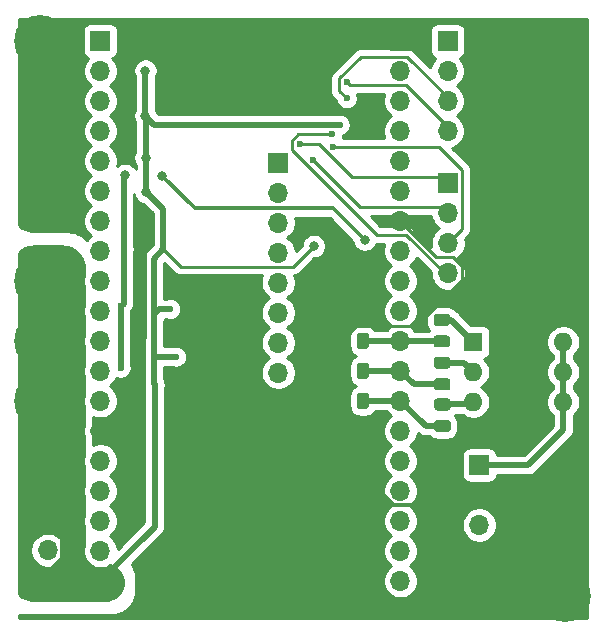
<source format=gbr>
%TF.GenerationSoftware,KiCad,Pcbnew,(5.1.10)-1*%
%TF.CreationDate,2022-01-17T10:12:51+08:00*%
%TF.ProjectId,armband_controller_ver2.0,61726d62-616e-4645-9f63-6f6e74726f6c,rev?*%
%TF.SameCoordinates,PX8a12ae0PY621abf0*%
%TF.FileFunction,Copper,L2,Bot*%
%TF.FilePolarity,Positive*%
%FSLAX46Y46*%
G04 Gerber Fmt 4.6, Leading zero omitted, Abs format (unit mm)*
G04 Created by KiCad (PCBNEW (5.1.10)-1) date 2022-01-17 10:12:51*
%MOMM*%
%LPD*%
G01*
G04 APERTURE LIST*
%TA.AperFunction,ComponentPad*%
%ADD10C,4.400000*%
%TD*%
%TA.AperFunction,ComponentPad*%
%ADD11O,1.600000X1.600000*%
%TD*%
%TA.AperFunction,ComponentPad*%
%ADD12R,1.600000X1.600000*%
%TD*%
%TA.AperFunction,ComponentPad*%
%ADD13O,1.700000X1.700000*%
%TD*%
%TA.AperFunction,ComponentPad*%
%ADD14R,1.700000X1.700000*%
%TD*%
%TA.AperFunction,ViaPad*%
%ADD15C,0.600000*%
%TD*%
%TA.AperFunction,ViaPad*%
%ADD16C,0.800000*%
%TD*%
%TA.AperFunction,Conductor*%
%ADD17C,0.500000*%
%TD*%
%TA.AperFunction,Conductor*%
%ADD18C,0.300000*%
%TD*%
%TA.AperFunction,Conductor*%
%ADD19C,1.000000*%
%TD*%
%TA.AperFunction,Conductor*%
%ADD20C,0.250000*%
%TD*%
%TA.AperFunction,Conductor*%
%ADD21C,2.000000*%
%TD*%
%TA.AperFunction,Conductor*%
%ADD22C,0.254000*%
%TD*%
%TA.AperFunction,Conductor*%
%ADD23C,0.100000*%
%TD*%
G04 APERTURE END LIST*
D10*
%TO.P,H4,1*%
%TO.N,+5V*%
X2540000Y24130000D03*
%TD*%
D11*
%TO.P,SW1,6*%
%TO.N,+5V*%
X46812200Y24028400D03*
%TO.P,SW1,3*%
%TO.N,Net-(R6-Pad1)*%
X39192200Y18948400D03*
%TO.P,SW1,5*%
%TO.N,+5V*%
X46812200Y21488400D03*
%TO.P,SW1,2*%
%TO.N,Net-(R5-Pad1)*%
X39192200Y21488400D03*
%TO.P,SW1,4*%
%TO.N,+5V*%
X46812200Y18948400D03*
D12*
%TO.P,SW1,1*%
%TO.N,Net-(R4-Pad1)*%
X39192200Y24028400D03*
%TD*%
%TO.P,R9,2*%
%TO.N,Net-(J4-Pad13)*%
%TA.AperFunction,SMDPad,CuDef*%
G36*
G01*
X29330600Y18599998D02*
X29330600Y19500002D01*
G75*
G02*
X29580598Y19750000I249998J0D01*
G01*
X30105602Y19750000D01*
G75*
G02*
X30355600Y19500002I0J-249998D01*
G01*
X30355600Y18599998D01*
G75*
G02*
X30105602Y18350000I-249998J0D01*
G01*
X29580598Y18350000D01*
G75*
G02*
X29330600Y18599998I0J249998D01*
G01*
G37*
%TD.AperFunction*%
%TO.P,R9,1*%
%TO.N,GND*%
%TA.AperFunction,SMDPad,CuDef*%
G36*
G01*
X27505600Y18599998D02*
X27505600Y19500002D01*
G75*
G02*
X27755598Y19750000I249998J0D01*
G01*
X28280602Y19750000D01*
G75*
G02*
X28530600Y19500002I0J-249998D01*
G01*
X28530600Y18599998D01*
G75*
G02*
X28280602Y18350000I-249998J0D01*
G01*
X27755598Y18350000D01*
G75*
G02*
X27505600Y18599998I0J249998D01*
G01*
G37*
%TD.AperFunction*%
%TD*%
%TO.P,R8,2*%
%TO.N,Net-(J4-Pad12)*%
%TA.AperFunction,SMDPad,CuDef*%
G36*
G01*
X29330600Y21139998D02*
X29330600Y22040002D01*
G75*
G02*
X29580598Y22290000I249998J0D01*
G01*
X30105602Y22290000D01*
G75*
G02*
X30355600Y22040002I0J-249998D01*
G01*
X30355600Y21139998D01*
G75*
G02*
X30105602Y20890000I-249998J0D01*
G01*
X29580598Y20890000D01*
G75*
G02*
X29330600Y21139998I0J249998D01*
G01*
G37*
%TD.AperFunction*%
%TO.P,R8,1*%
%TO.N,GND*%
%TA.AperFunction,SMDPad,CuDef*%
G36*
G01*
X27505600Y21139998D02*
X27505600Y22040002D01*
G75*
G02*
X27755598Y22290000I249998J0D01*
G01*
X28280602Y22290000D01*
G75*
G02*
X28530600Y22040002I0J-249998D01*
G01*
X28530600Y21139998D01*
G75*
G02*
X28280602Y20890000I-249998J0D01*
G01*
X27755598Y20890000D01*
G75*
G02*
X27505600Y21139998I0J249998D01*
G01*
G37*
%TD.AperFunction*%
%TD*%
%TO.P,R7,2*%
%TO.N,Net-(J4-Pad11)*%
%TA.AperFunction,SMDPad,CuDef*%
G36*
G01*
X29330600Y23679998D02*
X29330600Y24580002D01*
G75*
G02*
X29580598Y24830000I249998J0D01*
G01*
X30105602Y24830000D01*
G75*
G02*
X30355600Y24580002I0J-249998D01*
G01*
X30355600Y23679998D01*
G75*
G02*
X30105602Y23430000I-249998J0D01*
G01*
X29580598Y23430000D01*
G75*
G02*
X29330600Y23679998I0J249998D01*
G01*
G37*
%TD.AperFunction*%
%TO.P,R7,1*%
%TO.N,GND*%
%TA.AperFunction,SMDPad,CuDef*%
G36*
G01*
X27505600Y23679998D02*
X27505600Y24580002D01*
G75*
G02*
X27755598Y24830000I249998J0D01*
G01*
X28280602Y24830000D01*
G75*
G02*
X28530600Y24580002I0J-249998D01*
G01*
X28530600Y23679998D01*
G75*
G02*
X28280602Y23430000I-249998J0D01*
G01*
X27755598Y23430000D01*
G75*
G02*
X27505600Y23679998I0J249998D01*
G01*
G37*
%TD.AperFunction*%
%TD*%
%TO.P,R6,2*%
%TO.N,Net-(J4-Pad13)*%
%TA.AperFunction,SMDPad,CuDef*%
G36*
G01*
X36125998Y17430800D02*
X37026002Y17430800D01*
G75*
G02*
X37276000Y17180802I0J-249998D01*
G01*
X37276000Y16655798D01*
G75*
G02*
X37026002Y16405800I-249998J0D01*
G01*
X36125998Y16405800D01*
G75*
G02*
X35876000Y16655798I0J249998D01*
G01*
X35876000Y17180802D01*
G75*
G02*
X36125998Y17430800I249998J0D01*
G01*
G37*
%TD.AperFunction*%
%TO.P,R6,1*%
%TO.N,Net-(R6-Pad1)*%
%TA.AperFunction,SMDPad,CuDef*%
G36*
G01*
X36125998Y19255800D02*
X37026002Y19255800D01*
G75*
G02*
X37276000Y19005802I0J-249998D01*
G01*
X37276000Y18480798D01*
G75*
G02*
X37026002Y18230800I-249998J0D01*
G01*
X36125998Y18230800D01*
G75*
G02*
X35876000Y18480798I0J249998D01*
G01*
X35876000Y19005802D01*
G75*
G02*
X36125998Y19255800I249998J0D01*
G01*
G37*
%TD.AperFunction*%
%TD*%
%TO.P,R5,2*%
%TO.N,Net-(J4-Pad12)*%
%TA.AperFunction,SMDPad,CuDef*%
G36*
G01*
X36100598Y20961400D02*
X37000602Y20961400D01*
G75*
G02*
X37250600Y20711402I0J-249998D01*
G01*
X37250600Y20186398D01*
G75*
G02*
X37000602Y19936400I-249998J0D01*
G01*
X36100598Y19936400D01*
G75*
G02*
X35850600Y20186398I0J249998D01*
G01*
X35850600Y20711402D01*
G75*
G02*
X36100598Y20961400I249998J0D01*
G01*
G37*
%TD.AperFunction*%
%TO.P,R5,1*%
%TO.N,Net-(R5-Pad1)*%
%TA.AperFunction,SMDPad,CuDef*%
G36*
G01*
X36100598Y22786400D02*
X37000602Y22786400D01*
G75*
G02*
X37250600Y22536402I0J-249998D01*
G01*
X37250600Y22011398D01*
G75*
G02*
X37000602Y21761400I-249998J0D01*
G01*
X36100598Y21761400D01*
G75*
G02*
X35850600Y22011398I0J249998D01*
G01*
X35850600Y22536402D01*
G75*
G02*
X36100598Y22786400I249998J0D01*
G01*
G37*
%TD.AperFunction*%
%TD*%
%TO.P,R4,2*%
%TO.N,Net-(J4-Pad11)*%
%TA.AperFunction,SMDPad,CuDef*%
G36*
G01*
X36075198Y24593600D02*
X36975202Y24593600D01*
G75*
G02*
X37225200Y24343602I0J-249998D01*
G01*
X37225200Y23818598D01*
G75*
G02*
X36975202Y23568600I-249998J0D01*
G01*
X36075198Y23568600D01*
G75*
G02*
X35825200Y23818598I0J249998D01*
G01*
X35825200Y24343602D01*
G75*
G02*
X36075198Y24593600I249998J0D01*
G01*
G37*
%TD.AperFunction*%
%TO.P,R4,1*%
%TO.N,Net-(R4-Pad1)*%
%TA.AperFunction,SMDPad,CuDef*%
G36*
G01*
X36075198Y26418600D02*
X36975202Y26418600D01*
G75*
G02*
X37225200Y26168602I0J-249998D01*
G01*
X37225200Y25643598D01*
G75*
G02*
X36975202Y25393600I-249998J0D01*
G01*
X36075198Y25393600D01*
G75*
G02*
X35825200Y25643598I0J249998D01*
G01*
X35825200Y26168602D01*
G75*
G02*
X36075198Y26418600I249998J0D01*
G01*
G37*
%TD.AperFunction*%
%TD*%
D13*
%TO.P,J7,8*%
%TO.N,/FBOUT3_1*%
X22682200Y21437600D03*
%TO.P,J7,7*%
%TO.N,/FBOUT3_0*%
X22682200Y23977600D03*
%TO.P,J7,6*%
%TO.N,/FBOUT2_1*%
X22682200Y26517600D03*
%TO.P,J7,5*%
%TO.N,/FBOUT2_0*%
X22682200Y29057600D03*
%TO.P,J7,4*%
%TO.N,/FBOUT1_1*%
X22682200Y31597600D03*
%TO.P,J7,3*%
%TO.N,/FBOUT1_0*%
X22682200Y34137600D03*
%TO.P,J7,2*%
%TO.N,/FBOUT0_1*%
X22682200Y36677600D03*
D14*
%TO.P,J7,1*%
%TO.N,/FBOUT0_0*%
X22682200Y39217600D03*
%TD*%
D13*
%TO.P,J6,4*%
%TO.N,Net-(J6-Pad4)*%
X37058600Y29870400D03*
%TO.P,J6,3*%
%TO.N,Net-(J6-Pad3)*%
X37058600Y32410400D03*
%TO.P,J6,2*%
%TO.N,Net-(J6-Pad2)*%
X37058600Y34950400D03*
D14*
%TO.P,J6,1*%
%TO.N,Net-(J6-Pad1)*%
X37058600Y37490400D03*
%TD*%
D13*
%TO.P,J5,4*%
%TO.N,Net-(J5-Pad4)*%
X37007800Y41910000D03*
%TO.P,J5,3*%
%TO.N,Net-(J5-Pad3)*%
X37007800Y44450000D03*
%TO.P,J5,2*%
%TO.N,Net-(J5-Pad2)*%
X37007800Y46990000D03*
D14*
%TO.P,J5,1*%
%TO.N,Net-(J5-Pad1)*%
X37007800Y49530000D03*
%TD*%
D13*
%TO.P,J4,19*%
%TO.N,N/C*%
X33020000Y3810000D03*
%TO.P,J4,18*%
X33020000Y6350000D03*
%TO.P,J4,17*%
X33020000Y8890000D03*
%TO.P,J4,16*%
X33020000Y11430000D03*
%TO.P,J4,15*%
X33020000Y13970000D03*
%TO.P,J4,14*%
X33020000Y16510000D03*
%TO.P,J4,13*%
%TO.N,Net-(J4-Pad13)*%
X33020000Y19050000D03*
%TO.P,J4,12*%
%TO.N,Net-(J4-Pad12)*%
X33020000Y21590000D03*
%TO.P,J4,11*%
%TO.N,Net-(J4-Pad11)*%
X33020000Y24130000D03*
%TO.P,J4,10*%
%TO.N,N/C*%
X33020000Y26670000D03*
%TO.P,J4,9*%
%TO.N,/FBIN0_1*%
X33020000Y29210000D03*
%TO.P,J4,8*%
%TO.N,/FBIN0_0*%
X33020000Y31750000D03*
%TO.P,J4,7*%
%TO.N,GND*%
X33020000Y34290000D03*
%TO.P,J4,6*%
%TO.N,/SDA*%
X33020000Y36830000D03*
%TO.P,J4,5*%
%TO.N,N/C*%
X33020000Y39370000D03*
%TO.P,J4,4*%
X33020000Y41910000D03*
%TO.P,J4,3*%
%TO.N,/SCL*%
X33020000Y44450000D03*
%TO.P,J4,2*%
%TO.N,N/C*%
X33020000Y46990000D03*
D14*
%TO.P,J4,1*%
%TO.N,GND*%
X33020000Y49530000D03*
%TD*%
D13*
%TO.P,J3,19*%
%TO.N,+5V*%
X7620000Y3810000D03*
%TO.P,J3,18*%
%TO.N,N/C*%
X7620000Y6350000D03*
%TO.P,J3,17*%
X7620000Y8890000D03*
%TO.P,J3,16*%
X7620000Y11430000D03*
%TO.P,J3,15*%
X7620000Y13970000D03*
%TO.P,J3,14*%
%TO.N,GND*%
X7620000Y16510000D03*
%TO.P,J3,13*%
%TO.N,N/C*%
X7620000Y19050000D03*
%TO.P,J3,12*%
%TO.N,/FBIN3_1*%
X7620000Y21590000D03*
%TO.P,J3,11*%
%TO.N,/FBIN3_0*%
X7620000Y24130000D03*
%TO.P,J3,10*%
%TO.N,/FBIN2_1*%
X7620000Y26670000D03*
%TO.P,J3,9*%
%TO.N,/FBIN2_0*%
X7620000Y29210000D03*
%TO.P,J3,8*%
%TO.N,/FBIN1_1*%
X7620000Y31750000D03*
%TO.P,J3,7*%
%TO.N,/FBIN1_0*%
X7620000Y34290000D03*
%TO.P,J3,6*%
%TO.N,N/C*%
X7620000Y36830000D03*
%TO.P,J3,5*%
X7620000Y39370000D03*
%TO.P,J3,4*%
X7620000Y41910000D03*
%TO.P,J3,3*%
X7620000Y44450000D03*
%TO.P,J3,2*%
X7620000Y46990000D03*
D14*
%TO.P,J3,1*%
X7620000Y49530000D03*
%TD*%
D13*
%TO.P,J2,3*%
%TO.N,-VDC*%
X39700200Y8534400D03*
%TO.P,J2,2*%
%TO.N,GND*%
X39700200Y11074400D03*
D14*
%TO.P,J2,1*%
%TO.N,+5V*%
X39700200Y13614400D03*
%TD*%
D13*
%TO.P,J1,2*%
%TO.N,GND*%
X3175000Y6400800D03*
D14*
%TO.P,J1,1*%
%TO.N,+5V*%
X3175000Y3860800D03*
%TD*%
D10*
%TO.P,H5,1*%
%TO.N,+5V*%
X2540000Y19050000D03*
%TD*%
%TO.P,H3,1*%
%TO.N,+5V*%
X2540000Y29210000D03*
%TD*%
%TO.P,H2,1*%
%TO.N,GND*%
X46990000Y2540000D03*
%TD*%
%TO.P,H1,1*%
%TO.N,GND*%
X2540000Y49530000D03*
%TD*%
D15*
%TO.N,GND*%
X11252200Y24358600D03*
X11277600Y29616400D03*
X11277600Y35052000D03*
D16*
%TO.N,+5V*%
X11480800Y36728400D03*
X11455400Y39624000D03*
X11430000Y47015400D03*
X11430000Y43180000D03*
D15*
X13512800Y26822400D03*
X14020800Y22783800D03*
X12928600Y31902400D03*
X12217400Y20396200D03*
X12192000Y26162000D03*
X27889200Y42418000D03*
D16*
X25681300Y32158300D03*
D15*
%TO.N,Net-(J5-Pad4)*%
X28473400Y46050200D03*
%TO.N,Net-(J5-Pad3)*%
X28473400Y44653200D03*
%TO.N,Net-(J6-Pad4)*%
X27254200Y41605200D03*
%TO.N,Net-(J6-Pad3)*%
X27279600Y40563800D03*
%TO.N,Net-(J6-Pad2)*%
X25628600Y39420800D03*
%TO.N,Net-(J6-Pad1)*%
X24485600Y40792400D03*
D16*
%TO.N,Net-(R3-Pad2)*%
X9702800Y38150800D03*
X12852400Y38125400D03*
D15*
X9321800Y21844000D03*
X9347200Y27051000D03*
X9575800Y31927800D03*
D16*
X29997400Y32689800D03*
%TD*%
D17*
%TO.N,GND*%
X28018100Y24130000D02*
X28018100Y21590000D01*
X28018100Y21590000D02*
X28018100Y19050000D01*
D18*
X38855799Y10229999D02*
X39700200Y11074400D01*
X28018100Y14655898D02*
X32443999Y10229999D01*
X32443999Y10229999D02*
X38855799Y10229999D01*
X28018100Y19050000D02*
X28018100Y14655898D01*
D19*
X39700200Y11074400D02*
X44043600Y11074400D01*
X45999400Y9118600D02*
X45999400Y4546600D01*
X44043600Y11074400D02*
X45999400Y9118600D01*
D20*
X36074601Y31235399D02*
X33020000Y34290000D01*
X37432603Y31235399D02*
X36074601Y31235399D01*
X38233601Y30434401D02*
X37432603Y31235399D01*
X38233601Y29306399D02*
X38233601Y30434401D01*
X34332622Y25405420D02*
X38233601Y29306399D01*
X29293520Y25405420D02*
X34332622Y25405420D01*
X28018100Y24130000D02*
X29293520Y25405420D01*
D17*
X11277600Y34899600D02*
X11277600Y29616400D01*
X11277600Y24384000D02*
X11252200Y24358600D01*
X11277600Y29616400D02*
X11277600Y24384000D01*
X11252200Y20142200D02*
X7620000Y16510000D01*
X11252200Y24358600D02*
X11252200Y20142200D01*
D19*
%TO.N,+5V*%
X7569200Y3860800D02*
X7620000Y3810000D01*
X3175000Y3860800D02*
X7569200Y3860800D01*
D17*
X39700200Y13614400D02*
X43840400Y13614400D01*
X46812200Y16586200D02*
X46812200Y18948400D01*
X43840400Y13614400D02*
X46812200Y16586200D01*
X46812200Y21488400D02*
X46812200Y18948400D01*
X46812200Y24028400D02*
X46812200Y21488400D01*
D21*
X5225001Y16364999D02*
X2540000Y19050000D01*
X5225001Y5416799D02*
X5225001Y16364999D01*
X3669002Y3860800D02*
X5225001Y5416799D01*
X3175000Y3860800D02*
X3669002Y3860800D01*
X2540000Y19050000D02*
X2540000Y24130000D01*
X2540000Y24130000D02*
X2540000Y29210000D01*
D17*
X12115800Y20497800D02*
X12217400Y20396200D01*
X12115800Y31089600D02*
X12928600Y31902400D01*
X12115800Y25882600D02*
X12115800Y31089600D01*
X12217400Y8407400D02*
X7620000Y3810000D01*
X12217400Y20396200D02*
X12217400Y8407400D01*
X12928600Y35280600D02*
X11480800Y36728400D01*
X12928600Y31902400D02*
X12928600Y35280600D01*
X11480800Y39598600D02*
X11455400Y39624000D01*
X11480800Y36728400D02*
X11480800Y39598600D01*
X11455400Y43154600D02*
X11430000Y43180000D01*
X11455400Y39624000D02*
X11455400Y43154600D01*
X11430000Y43180000D02*
X11430000Y47015400D01*
X14020800Y22783800D02*
X12141200Y22783800D01*
X12115800Y22809200D02*
X12115800Y20497800D01*
X12141200Y22783800D02*
X12115800Y22809200D01*
X12115800Y25882600D02*
X12115800Y22809200D01*
D20*
X14408401Y30422599D02*
X12928600Y31902400D01*
X23945599Y30422599D02*
X14408401Y30422599D01*
X25681300Y32158300D02*
X23945599Y30422599D01*
D17*
X12192000Y42418000D02*
X11430000Y43180000D01*
X27889200Y42418000D02*
X12192000Y42418000D01*
X12598400Y26822400D02*
X12192000Y26416000D01*
X13512800Y26822400D02*
X12598400Y26822400D01*
D20*
%TO.N,Net-(J5-Pad4)*%
X37007800Y42201202D02*
X37007800Y41910000D01*
X33458801Y45750201D02*
X37007800Y42201202D01*
X28773399Y45750201D02*
X33458801Y45750201D01*
X28473400Y46050200D02*
X28773399Y45750201D01*
%TO.N,Net-(J5-Pad3)*%
X37007800Y44741202D02*
X37007800Y44450000D01*
X33584001Y48165001D02*
X37007800Y44741202D01*
X29663199Y48165001D02*
X33584001Y48165001D01*
X27848399Y46350201D02*
X29663199Y48165001D01*
X27848399Y45278201D02*
X27848399Y46350201D01*
X28473400Y44653200D02*
X27848399Y45278201D01*
%TO.N,Net-(J6-Pad4)*%
X36753800Y29870400D02*
X37058600Y29870400D01*
X33509201Y33114999D02*
X36753800Y29870400D01*
X23831801Y40292597D02*
X31009399Y33114999D01*
X23831801Y41063603D02*
X23831801Y40292597D01*
X31009399Y33114999D02*
X33509201Y33114999D01*
X24373398Y41605200D02*
X23831801Y41063603D01*
X27254200Y41605200D02*
X24373398Y41605200D01*
%TO.N,Net-(J6-Pad3)*%
X38233601Y33585401D02*
X37058600Y32410400D01*
X38233601Y38600401D02*
X38233601Y33585401D01*
X36270202Y40563800D02*
X38233601Y38600401D01*
X27279600Y40563800D02*
X36270202Y40563800D01*
%TO.N,Net-(J6-Pad2)*%
X36543999Y35465001D02*
X37058600Y34950400D01*
X29584399Y35465001D02*
X36543999Y35465001D01*
X25628600Y39420800D02*
X29584399Y35465001D01*
%TO.N,Net-(J6-Pad1)*%
X36543999Y38005001D02*
X37058600Y37490400D01*
X28913397Y38005001D02*
X36543999Y38005001D01*
X26125998Y40792400D02*
X28913397Y38005001D01*
X24485600Y40792400D02*
X26125998Y40792400D01*
D17*
%TO.N,Net-(J4-Pad13)*%
X29843100Y19050000D02*
X33020000Y19050000D01*
X36576000Y16918300D02*
X35151700Y16918300D01*
X35151700Y16918300D02*
X33020000Y19050000D01*
%TO.N,Net-(J4-Pad12)*%
X29843100Y21590000D02*
X33020000Y21590000D01*
X34161100Y20448900D02*
X33020000Y21590000D01*
X36550600Y20448900D02*
X34161100Y20448900D01*
%TO.N,Net-(J4-Pad11)*%
X29843100Y24130000D02*
X33020000Y24130000D01*
X33068900Y24081100D02*
X33020000Y24130000D01*
X36525200Y24081100D02*
X33068900Y24081100D01*
%TO.N,Net-(R6-Pad1)*%
X38987100Y18743300D02*
X39192200Y18948400D01*
X36576000Y18743300D02*
X38987100Y18743300D01*
%TO.N,Net-(R3-Pad2)*%
X9575800Y27279600D02*
X9347200Y27051000D01*
X9575800Y31927800D02*
X9575800Y27279600D01*
X9347200Y21869400D02*
X9321800Y21844000D01*
X9347200Y27051000D02*
X9347200Y21869400D01*
X9575800Y38023800D02*
X9702800Y38150800D01*
X9575800Y31927800D02*
X9575800Y38023800D01*
D18*
X27349599Y35337601D02*
X29997400Y32689800D01*
X15640199Y35337601D02*
X27349599Y35337601D01*
X12852400Y38125400D02*
X15640199Y35337601D01*
D17*
%TO.N,Net-(R4-Pad1)*%
X37314500Y25906100D02*
X39192200Y24028400D01*
X36525200Y25906100D02*
X37314500Y25906100D01*
%TO.N,Net-(R5-Pad1)*%
X38406700Y22273900D02*
X39192200Y21488400D01*
X36550600Y22273900D02*
X38406700Y22273900D01*
%TD*%
D22*
%TO.N,+5V*%
X4616504Y32111615D02*
X4877593Y32054819D01*
X5127940Y31961444D01*
X5362445Y31833395D01*
X5576338Y31673276D01*
X5765276Y31484338D01*
X5925395Y31270445D01*
X6053444Y31035940D01*
X6146819Y30785593D01*
X6203615Y30524504D01*
X6223000Y30253470D01*
X6223000Y29717835D01*
X6192068Y29643158D01*
X6135000Y29356260D01*
X6135000Y29063740D01*
X6192068Y28776842D01*
X6223000Y28702165D01*
X6223000Y27177835D01*
X6192068Y27103158D01*
X6135000Y26816260D01*
X6135000Y26523740D01*
X6192068Y26236842D01*
X6223000Y26162165D01*
X6223000Y24637835D01*
X6192068Y24563158D01*
X6135000Y24276260D01*
X6135000Y23983740D01*
X6192068Y23696842D01*
X6223000Y23622165D01*
X6223000Y22097835D01*
X6192068Y22023158D01*
X6135000Y21736260D01*
X6135000Y21443740D01*
X6192068Y21156842D01*
X6223000Y21082165D01*
X6223000Y19557835D01*
X6192068Y19483158D01*
X6135000Y19196260D01*
X6135000Y18903740D01*
X6192068Y18616842D01*
X6223000Y18542165D01*
X6223000Y17017835D01*
X6192068Y16943158D01*
X6135000Y16656260D01*
X6135000Y16363740D01*
X6192068Y16076842D01*
X6223000Y16002165D01*
X6223000Y14477835D01*
X6192068Y14403158D01*
X6135000Y14116260D01*
X6135000Y13823740D01*
X6192068Y13536842D01*
X6223000Y13462165D01*
X6223000Y11937835D01*
X6192068Y11863158D01*
X6135000Y11576260D01*
X6135000Y11283740D01*
X6192068Y10996842D01*
X6223000Y10922165D01*
X6223000Y9397835D01*
X6192068Y9323158D01*
X6135000Y9036260D01*
X6135000Y8743740D01*
X6192068Y8456842D01*
X6223000Y8382165D01*
X6223000Y6985000D01*
X6223392Y6975035D01*
X6231081Y6877343D01*
X6192068Y6783158D01*
X6135000Y6496260D01*
X6135000Y6203740D01*
X6192068Y5916842D01*
X6304010Y5646589D01*
X6466525Y5403368D01*
X6673368Y5196525D01*
X6916589Y5034010D01*
X7186842Y4922068D01*
X7473740Y4865000D01*
X7766260Y4865000D01*
X8053158Y4922068D01*
X8323411Y5034010D01*
X8470568Y5132337D01*
X8471818Y5132037D01*
X8692707Y5040542D01*
X8896549Y4915627D01*
X9078352Y4760352D01*
X9233627Y4578549D01*
X9358542Y4374707D01*
X9450037Y4153818D01*
X9505849Y3921342D01*
X9524608Y3683000D01*
X9505849Y3444658D01*
X9450037Y3212182D01*
X9358542Y2991293D01*
X9233627Y2787451D01*
X9078352Y2605648D01*
X8896549Y2450373D01*
X8692707Y2325458D01*
X8471818Y2233963D01*
X8239342Y2178151D01*
X7996016Y2159000D01*
X2004530Y2159000D01*
X1733496Y2178385D01*
X1472407Y2235181D01*
X1222060Y2328556D01*
X987555Y2456605D01*
X773662Y2616724D01*
X685000Y2705386D01*
X685000Y6547060D01*
X1690000Y6547060D01*
X1690000Y6254540D01*
X1747068Y5967642D01*
X1859010Y5697389D01*
X2021525Y5454168D01*
X2228368Y5247325D01*
X2471589Y5084810D01*
X2741842Y4972868D01*
X3028740Y4915800D01*
X3321260Y4915800D01*
X3608158Y4972868D01*
X3878411Y5084810D01*
X4121632Y5247325D01*
X4328475Y5454168D01*
X4490990Y5697389D01*
X4602932Y5967642D01*
X4660000Y6254540D01*
X4660000Y6547060D01*
X4602932Y6833958D01*
X4490990Y7104211D01*
X4328475Y7347432D01*
X4121632Y7554275D01*
X3878411Y7716790D01*
X3608158Y7828732D01*
X3321260Y7885800D01*
X3028740Y7885800D01*
X2741842Y7828732D01*
X2471589Y7716790D01*
X2228368Y7554275D01*
X2021525Y7347432D01*
X1859010Y7104211D01*
X1747068Y6833958D01*
X1690000Y6547060D01*
X685000Y6547060D01*
X685000Y31584614D01*
X773662Y31673276D01*
X987555Y31833395D01*
X1222060Y31961444D01*
X1472407Y32054819D01*
X1733496Y32111615D01*
X2004530Y32131000D01*
X4345470Y32131000D01*
X4616504Y32111615D01*
%TA.AperFunction,Conductor*%
D23*
G36*
X4616504Y32111615D02*
G01*
X4877593Y32054819D01*
X5127940Y31961444D01*
X5362445Y31833395D01*
X5576338Y31673276D01*
X5765276Y31484338D01*
X5925395Y31270445D01*
X6053444Y31035940D01*
X6146819Y30785593D01*
X6203615Y30524504D01*
X6223000Y30253470D01*
X6223000Y29717835D01*
X6192068Y29643158D01*
X6135000Y29356260D01*
X6135000Y29063740D01*
X6192068Y28776842D01*
X6223000Y28702165D01*
X6223000Y27177835D01*
X6192068Y27103158D01*
X6135000Y26816260D01*
X6135000Y26523740D01*
X6192068Y26236842D01*
X6223000Y26162165D01*
X6223000Y24637835D01*
X6192068Y24563158D01*
X6135000Y24276260D01*
X6135000Y23983740D01*
X6192068Y23696842D01*
X6223000Y23622165D01*
X6223000Y22097835D01*
X6192068Y22023158D01*
X6135000Y21736260D01*
X6135000Y21443740D01*
X6192068Y21156842D01*
X6223000Y21082165D01*
X6223000Y19557835D01*
X6192068Y19483158D01*
X6135000Y19196260D01*
X6135000Y18903740D01*
X6192068Y18616842D01*
X6223000Y18542165D01*
X6223000Y17017835D01*
X6192068Y16943158D01*
X6135000Y16656260D01*
X6135000Y16363740D01*
X6192068Y16076842D01*
X6223000Y16002165D01*
X6223000Y14477835D01*
X6192068Y14403158D01*
X6135000Y14116260D01*
X6135000Y13823740D01*
X6192068Y13536842D01*
X6223000Y13462165D01*
X6223000Y11937835D01*
X6192068Y11863158D01*
X6135000Y11576260D01*
X6135000Y11283740D01*
X6192068Y10996842D01*
X6223000Y10922165D01*
X6223000Y9397835D01*
X6192068Y9323158D01*
X6135000Y9036260D01*
X6135000Y8743740D01*
X6192068Y8456842D01*
X6223000Y8382165D01*
X6223000Y6985000D01*
X6223392Y6975035D01*
X6231081Y6877343D01*
X6192068Y6783158D01*
X6135000Y6496260D01*
X6135000Y6203740D01*
X6192068Y5916842D01*
X6304010Y5646589D01*
X6466525Y5403368D01*
X6673368Y5196525D01*
X6916589Y5034010D01*
X7186842Y4922068D01*
X7473740Y4865000D01*
X7766260Y4865000D01*
X8053158Y4922068D01*
X8323411Y5034010D01*
X8470568Y5132337D01*
X8471818Y5132037D01*
X8692707Y5040542D01*
X8896549Y4915627D01*
X9078352Y4760352D01*
X9233627Y4578549D01*
X9358542Y4374707D01*
X9450037Y4153818D01*
X9505849Y3921342D01*
X9524608Y3683000D01*
X9505849Y3444658D01*
X9450037Y3212182D01*
X9358542Y2991293D01*
X9233627Y2787451D01*
X9078352Y2605648D01*
X8896549Y2450373D01*
X8692707Y2325458D01*
X8471818Y2233963D01*
X8239342Y2178151D01*
X7996016Y2159000D01*
X2004530Y2159000D01*
X1733496Y2178385D01*
X1472407Y2235181D01*
X1222060Y2328556D01*
X987555Y2456605D01*
X773662Y2616724D01*
X685000Y2705386D01*
X685000Y6547060D01*
X1690000Y6547060D01*
X1690000Y6254540D01*
X1747068Y5967642D01*
X1859010Y5697389D01*
X2021525Y5454168D01*
X2228368Y5247325D01*
X2471589Y5084810D01*
X2741842Y4972868D01*
X3028740Y4915800D01*
X3321260Y4915800D01*
X3608158Y4972868D01*
X3878411Y5084810D01*
X4121632Y5247325D01*
X4328475Y5454168D01*
X4490990Y5697389D01*
X4602932Y5967642D01*
X4660000Y6254540D01*
X4660000Y6547060D01*
X4602932Y6833958D01*
X4490990Y7104211D01*
X4328475Y7347432D01*
X4121632Y7554275D01*
X3878411Y7716790D01*
X3608158Y7828732D01*
X3321260Y7885800D01*
X3028740Y7885800D01*
X2741842Y7828732D01*
X2471589Y7716790D01*
X2228368Y7554275D01*
X2021525Y7347432D01*
X1859010Y7104211D01*
X1747068Y6833958D01*
X1690000Y6547060D01*
X685000Y6547060D01*
X685000Y31584614D01*
X773662Y31673276D01*
X987555Y31833395D01*
X1222060Y31961444D01*
X1472407Y32054819D01*
X1733496Y32111615D01*
X2004530Y32131000D01*
X4345470Y32131000D01*
X4616504Y32111615D01*
G37*
%TD.AperFunction*%
%TD*%
D22*
%TO.N,GND*%
X48845001Y685000D02*
X685000Y685000D01*
X685000Y889000D01*
X8541000Y889000D01*
X8550060Y889324D01*
X8834690Y909681D01*
X8852626Y912259D01*
X9131461Y972916D01*
X9148847Y978021D01*
X9416212Y1077743D01*
X9432695Y1085271D01*
X9683147Y1222028D01*
X9698390Y1231824D01*
X9926829Y1402832D01*
X9940524Y1414698D01*
X10142302Y1616476D01*
X10154168Y1630171D01*
X10325176Y1858610D01*
X10334972Y1873853D01*
X10471729Y2124305D01*
X10479257Y2140788D01*
X10578979Y2408153D01*
X10584084Y2425539D01*
X10644741Y2704374D01*
X10647319Y2722310D01*
X10667676Y3006940D01*
X10668000Y3016000D01*
X10668000Y4000500D01*
X10667676Y4009560D01*
X10648932Y4271633D01*
X10646354Y4289569D01*
X10590504Y4546307D01*
X10585399Y4563693D01*
X10493580Y4809869D01*
X10486052Y4826352D01*
X10360133Y5056955D01*
X10350337Y5072198D01*
X10257625Y5196047D01*
X12812449Y7750870D01*
X12846217Y7778583D01*
X12956811Y7913341D01*
X13038989Y8067087D01*
X13089595Y8233910D01*
X13102400Y8363923D01*
X13102400Y8363933D01*
X13106681Y8407399D01*
X13102400Y8450865D01*
X13102400Y20089508D01*
X13116468Y20123471D01*
X13152400Y20304111D01*
X13152400Y20488289D01*
X13116468Y20668929D01*
X13045986Y20839089D01*
X13000800Y20906715D01*
X13000800Y21898800D01*
X13714108Y21898800D01*
X13748071Y21884732D01*
X13928711Y21848800D01*
X14112889Y21848800D01*
X14293529Y21884732D01*
X14463689Y21955214D01*
X14616828Y22057538D01*
X14747062Y22187772D01*
X14849386Y22340911D01*
X14919868Y22511071D01*
X14955800Y22691711D01*
X14955800Y22875889D01*
X14919868Y23056529D01*
X14849386Y23226689D01*
X14747062Y23379828D01*
X14616828Y23510062D01*
X14463689Y23612386D01*
X14293529Y23682868D01*
X14112889Y23718800D01*
X13928711Y23718800D01*
X13748071Y23682868D01*
X13714108Y23668800D01*
X13000800Y23668800D01*
X13000800Y25689499D01*
X13020586Y25719111D01*
X13091068Y25889271D01*
X13100642Y25937400D01*
X13206108Y25937400D01*
X13240071Y25923332D01*
X13420711Y25887400D01*
X13604889Y25887400D01*
X13785529Y25923332D01*
X13955689Y25993814D01*
X14108828Y26096138D01*
X14239062Y26226372D01*
X14341386Y26379511D01*
X14411868Y26549671D01*
X14447800Y26730311D01*
X14447800Y26914489D01*
X14411868Y27095129D01*
X14341386Y27265289D01*
X14239062Y27418428D01*
X14108828Y27548662D01*
X13955689Y27650986D01*
X13785529Y27721468D01*
X13604889Y27757400D01*
X13420711Y27757400D01*
X13240071Y27721468D01*
X13206108Y27707400D01*
X13000800Y27707400D01*
X13000800Y30723022D01*
X13016988Y30739210D01*
X13844602Y29911596D01*
X13868400Y29882598D01*
X13984125Y29787625D01*
X14116154Y29717053D01*
X14259415Y29673596D01*
X14371068Y29662599D01*
X14371076Y29662599D01*
X14408401Y29658923D01*
X14445726Y29662599D01*
X21325447Y29662599D01*
X21254268Y29490758D01*
X21197200Y29203860D01*
X21197200Y28911340D01*
X21254268Y28624442D01*
X21366210Y28354189D01*
X21528725Y28110968D01*
X21735568Y27904125D01*
X21909960Y27787600D01*
X21735568Y27671075D01*
X21528725Y27464232D01*
X21366210Y27221011D01*
X21254268Y26950758D01*
X21197200Y26663860D01*
X21197200Y26371340D01*
X21254268Y26084442D01*
X21366210Y25814189D01*
X21528725Y25570968D01*
X21735568Y25364125D01*
X21909960Y25247600D01*
X21735568Y25131075D01*
X21528725Y24924232D01*
X21366210Y24681011D01*
X21254268Y24410758D01*
X21197200Y24123860D01*
X21197200Y23831340D01*
X21254268Y23544442D01*
X21366210Y23274189D01*
X21528725Y23030968D01*
X21735568Y22824125D01*
X21909960Y22707600D01*
X21735568Y22591075D01*
X21528725Y22384232D01*
X21366210Y22141011D01*
X21254268Y21870758D01*
X21197200Y21583860D01*
X21197200Y21291340D01*
X21254268Y21004442D01*
X21366210Y20734189D01*
X21528725Y20490968D01*
X21735568Y20284125D01*
X21978789Y20121610D01*
X22249042Y20009668D01*
X22535940Y19952600D01*
X22828460Y19952600D01*
X23115358Y20009668D01*
X23385611Y20121610D01*
X23628832Y20284125D01*
X23835675Y20490968D01*
X23998190Y20734189D01*
X24110132Y21004442D01*
X24167200Y21291340D01*
X24167200Y21583860D01*
X24110132Y21870758D01*
X23998190Y22141011D01*
X23835675Y22384232D01*
X23628832Y22591075D01*
X23454440Y22707600D01*
X23628832Y22824125D01*
X23835675Y23030968D01*
X23998190Y23274189D01*
X24110132Y23544442D01*
X24167200Y23831340D01*
X24167200Y24123860D01*
X24110132Y24410758D01*
X23998190Y24681011D01*
X23835675Y24924232D01*
X23628832Y25131075D01*
X23454440Y25247600D01*
X23628832Y25364125D01*
X23835675Y25570968D01*
X23998190Y25814189D01*
X24110132Y26084442D01*
X24167200Y26371340D01*
X24167200Y26663860D01*
X24110132Y26950758D01*
X23998190Y27221011D01*
X23835675Y27464232D01*
X23628832Y27671075D01*
X23454440Y27787600D01*
X23628832Y27904125D01*
X23835675Y28110968D01*
X23998190Y28354189D01*
X24110132Y28624442D01*
X24167200Y28911340D01*
X24167200Y29203860D01*
X24110132Y29490758D01*
X24036758Y29667900D01*
X24094585Y29673596D01*
X24237846Y29717053D01*
X24369875Y29787625D01*
X24485600Y29882598D01*
X24509403Y29911602D01*
X25721102Y31123300D01*
X25783239Y31123300D01*
X25983198Y31163074D01*
X26171556Y31241095D01*
X26341074Y31354363D01*
X26485237Y31498526D01*
X26598505Y31668044D01*
X26676526Y31856402D01*
X26716300Y32056361D01*
X26716300Y32260239D01*
X26676526Y32460198D01*
X26598505Y32648556D01*
X26485237Y32818074D01*
X26341074Y32962237D01*
X26171556Y33075505D01*
X25983198Y33153526D01*
X25783239Y33193300D01*
X25579361Y33193300D01*
X25379402Y33153526D01*
X25191044Y33075505D01*
X25021526Y32962237D01*
X24877363Y32818074D01*
X24764095Y32648556D01*
X24686074Y32460198D01*
X24646300Y32260239D01*
X24646300Y32198102D01*
X24167200Y31719001D01*
X24167200Y31743860D01*
X24110132Y32030758D01*
X23998190Y32301011D01*
X23835675Y32544232D01*
X23628832Y32751075D01*
X23454440Y32867600D01*
X23628832Y32984125D01*
X23835675Y33190968D01*
X23998190Y33434189D01*
X24110132Y33704442D01*
X24167200Y33991340D01*
X24167200Y34283860D01*
X24113744Y34552601D01*
X27024442Y34552601D01*
X28962400Y32614642D01*
X28962400Y32587861D01*
X29002174Y32387902D01*
X29080195Y32199544D01*
X29193463Y32030026D01*
X29337626Y31885863D01*
X29507144Y31772595D01*
X29695502Y31694574D01*
X29895461Y31654800D01*
X30099339Y31654800D01*
X30299298Y31694574D01*
X30487656Y31772595D01*
X30657174Y31885863D01*
X30801337Y32030026D01*
X30914605Y32199544D01*
X30978726Y32354344D01*
X31009398Y32351323D01*
X31046721Y32354999D01*
X31663247Y32354999D01*
X31592068Y32183158D01*
X31535000Y31896260D01*
X31535000Y31603740D01*
X31592068Y31316842D01*
X31704010Y31046589D01*
X31866525Y30803368D01*
X32073368Y30596525D01*
X32247760Y30480000D01*
X32073368Y30363475D01*
X31866525Y30156632D01*
X31704010Y29913411D01*
X31592068Y29643158D01*
X31535000Y29356260D01*
X31535000Y29063740D01*
X31592068Y28776842D01*
X31704010Y28506589D01*
X31866525Y28263368D01*
X32073368Y28056525D01*
X32247760Y27940000D01*
X32073368Y27823475D01*
X31866525Y27616632D01*
X31704010Y27373411D01*
X31592068Y27103158D01*
X31535000Y26816260D01*
X31535000Y26523740D01*
X31592068Y26236842D01*
X31704010Y25966589D01*
X31866525Y25723368D01*
X32073368Y25516525D01*
X32247760Y25400000D01*
X32073368Y25283475D01*
X31866525Y25076632D01*
X31825344Y25015000D01*
X30875214Y25015000D01*
X30844005Y25073387D01*
X30733562Y25207962D01*
X30598987Y25318405D01*
X30445452Y25400472D01*
X30278856Y25451008D01*
X30105602Y25468072D01*
X29580598Y25468072D01*
X29407344Y25451008D01*
X29240748Y25400472D01*
X29087213Y25318405D01*
X28952638Y25207962D01*
X28842195Y25073387D01*
X28760128Y24919852D01*
X28709592Y24753256D01*
X28692528Y24580002D01*
X28692528Y23679998D01*
X28709592Y23506744D01*
X28760128Y23340148D01*
X28842195Y23186613D01*
X28952638Y23052038D01*
X29087213Y22941595D01*
X29239865Y22860000D01*
X29087213Y22778405D01*
X28952638Y22667962D01*
X28842195Y22533387D01*
X28760128Y22379852D01*
X28709592Y22213256D01*
X28692528Y22040002D01*
X28692528Y21139998D01*
X28709592Y20966744D01*
X28760128Y20800148D01*
X28842195Y20646613D01*
X28952638Y20512038D01*
X29087213Y20401595D01*
X29239865Y20320000D01*
X29087213Y20238405D01*
X28952638Y20127962D01*
X28842195Y19993387D01*
X28760128Y19839852D01*
X28709592Y19673256D01*
X28692528Y19500002D01*
X28692528Y18599998D01*
X28709592Y18426744D01*
X28760128Y18260148D01*
X28842195Y18106613D01*
X28952638Y17972038D01*
X29087213Y17861595D01*
X29240748Y17779528D01*
X29407344Y17728992D01*
X29580598Y17711928D01*
X30105602Y17711928D01*
X30278856Y17728992D01*
X30445452Y17779528D01*
X30598987Y17861595D01*
X30733562Y17972038D01*
X30844005Y18106613D01*
X30875214Y18165000D01*
X31825344Y18165000D01*
X31866525Y18103368D01*
X32073368Y17896525D01*
X32247760Y17780000D01*
X32073368Y17663475D01*
X31866525Y17456632D01*
X31704010Y17213411D01*
X31592068Y16943158D01*
X31535000Y16656260D01*
X31535000Y16363740D01*
X31592068Y16076842D01*
X31704010Y15806589D01*
X31866525Y15563368D01*
X32073368Y15356525D01*
X32247760Y15240000D01*
X32073368Y15123475D01*
X31866525Y14916632D01*
X31704010Y14673411D01*
X31592068Y14403158D01*
X31535000Y14116260D01*
X31535000Y13823740D01*
X31592068Y13536842D01*
X31704010Y13266589D01*
X31866525Y13023368D01*
X32073368Y12816525D01*
X32247760Y12700000D01*
X32073368Y12583475D01*
X31866525Y12376632D01*
X31704010Y12133411D01*
X31592068Y11863158D01*
X31535000Y11576260D01*
X31535000Y11283740D01*
X31592068Y10996842D01*
X31704010Y10726589D01*
X31866525Y10483368D01*
X32073368Y10276525D01*
X32247760Y10160000D01*
X32073368Y10043475D01*
X31866525Y9836632D01*
X31704010Y9593411D01*
X31592068Y9323158D01*
X31535000Y9036260D01*
X31535000Y8743740D01*
X31592068Y8456842D01*
X31704010Y8186589D01*
X31866525Y7943368D01*
X32073368Y7736525D01*
X32247760Y7620000D01*
X32073368Y7503475D01*
X31866525Y7296632D01*
X31704010Y7053411D01*
X31592068Y6783158D01*
X31535000Y6496260D01*
X31535000Y6203740D01*
X31592068Y5916842D01*
X31704010Y5646589D01*
X31866525Y5403368D01*
X32073368Y5196525D01*
X32247760Y5080000D01*
X32073368Y4963475D01*
X31866525Y4756632D01*
X31704010Y4513411D01*
X31592068Y4243158D01*
X31535000Y3956260D01*
X31535000Y3663740D01*
X31592068Y3376842D01*
X31704010Y3106589D01*
X31866525Y2863368D01*
X32073368Y2656525D01*
X32316589Y2494010D01*
X32586842Y2382068D01*
X32873740Y2325000D01*
X33166260Y2325000D01*
X33453158Y2382068D01*
X33723411Y2494010D01*
X33966632Y2656525D01*
X34173475Y2863368D01*
X34335990Y3106589D01*
X34447932Y3376842D01*
X34505000Y3663740D01*
X34505000Y3956260D01*
X34447932Y4243158D01*
X34335990Y4513411D01*
X34173475Y4756632D01*
X33966632Y4963475D01*
X33792240Y5080000D01*
X33966632Y5196525D01*
X34173475Y5403368D01*
X34335990Y5646589D01*
X34447932Y5916842D01*
X34505000Y6203740D01*
X34505000Y6496260D01*
X34447932Y6783158D01*
X34335990Y7053411D01*
X34173475Y7296632D01*
X33966632Y7503475D01*
X33792240Y7620000D01*
X33966632Y7736525D01*
X34173475Y7943368D01*
X34335990Y8186589D01*
X34447932Y8456842D01*
X34492452Y8680660D01*
X38215200Y8680660D01*
X38215200Y8388140D01*
X38272268Y8101242D01*
X38384210Y7830989D01*
X38546725Y7587768D01*
X38753568Y7380925D01*
X38996789Y7218410D01*
X39267042Y7106468D01*
X39553940Y7049400D01*
X39846460Y7049400D01*
X40133358Y7106468D01*
X40403611Y7218410D01*
X40646832Y7380925D01*
X40853675Y7587768D01*
X41016190Y7830989D01*
X41128132Y8101242D01*
X41185200Y8388140D01*
X41185200Y8680660D01*
X41128132Y8967558D01*
X41016190Y9237811D01*
X40853675Y9481032D01*
X40646832Y9687875D01*
X40403611Y9850390D01*
X40133358Y9962332D01*
X39846460Y10019400D01*
X39553940Y10019400D01*
X39267042Y9962332D01*
X38996789Y9850390D01*
X38753568Y9687875D01*
X38546725Y9481032D01*
X38384210Y9237811D01*
X38272268Y8967558D01*
X38215200Y8680660D01*
X34492452Y8680660D01*
X34505000Y8743740D01*
X34505000Y9036260D01*
X34447932Y9323158D01*
X34335990Y9593411D01*
X34173475Y9836632D01*
X33966632Y10043475D01*
X33792240Y10160000D01*
X33966632Y10276525D01*
X34173475Y10483368D01*
X34335990Y10726589D01*
X34447932Y10996842D01*
X34505000Y11283740D01*
X34505000Y11576260D01*
X34447932Y11863158D01*
X34335990Y12133411D01*
X34173475Y12376632D01*
X33966632Y12583475D01*
X33792240Y12700000D01*
X33966632Y12816525D01*
X34173475Y13023368D01*
X34335990Y13266589D01*
X34447932Y13536842D01*
X34505000Y13823740D01*
X34505000Y14116260D01*
X34447932Y14403158D01*
X34422565Y14464400D01*
X38212128Y14464400D01*
X38212128Y12764400D01*
X38224388Y12639918D01*
X38260698Y12520220D01*
X38319663Y12409906D01*
X38399015Y12313215D01*
X38495706Y12233863D01*
X38606020Y12174898D01*
X38725718Y12138588D01*
X38850200Y12126328D01*
X40550200Y12126328D01*
X40674682Y12138588D01*
X40794380Y12174898D01*
X40904694Y12233863D01*
X41001385Y12313215D01*
X41080737Y12409906D01*
X41139702Y12520220D01*
X41176012Y12639918D01*
X41184825Y12729400D01*
X43796931Y12729400D01*
X43840400Y12725119D01*
X43883869Y12729400D01*
X43883877Y12729400D01*
X44013890Y12742205D01*
X44180713Y12792811D01*
X44334459Y12874989D01*
X44469217Y12985583D01*
X44496934Y13019356D01*
X47407250Y15929671D01*
X47441017Y15957383D01*
X47498839Y16027838D01*
X47551611Y16092141D01*
X47597979Y16178890D01*
X47633789Y16245887D01*
X47684395Y16412710D01*
X47697200Y16542723D01*
X47697200Y16542731D01*
X47701481Y16586200D01*
X47697200Y16629669D01*
X47697200Y17813879D01*
X47726959Y17833763D01*
X47926837Y18033641D01*
X48083880Y18268673D01*
X48192053Y18529826D01*
X48247200Y18807065D01*
X48247200Y19089735D01*
X48192053Y19366974D01*
X48083880Y19628127D01*
X47926837Y19863159D01*
X47726959Y20063037D01*
X47697200Y20082921D01*
X47697200Y20353879D01*
X47726959Y20373763D01*
X47926837Y20573641D01*
X48083880Y20808673D01*
X48192053Y21069826D01*
X48247200Y21347065D01*
X48247200Y21629735D01*
X48192053Y21906974D01*
X48083880Y22168127D01*
X47926837Y22403159D01*
X47726959Y22603037D01*
X47697200Y22622921D01*
X47697200Y22893879D01*
X47726959Y22913763D01*
X47926837Y23113641D01*
X48083880Y23348673D01*
X48192053Y23609826D01*
X48247200Y23887065D01*
X48247200Y24169735D01*
X48192053Y24446974D01*
X48083880Y24708127D01*
X47926837Y24943159D01*
X47726959Y25143037D01*
X47491927Y25300080D01*
X47230774Y25408253D01*
X46953535Y25463400D01*
X46670865Y25463400D01*
X46393626Y25408253D01*
X46132473Y25300080D01*
X45897441Y25143037D01*
X45697563Y24943159D01*
X45540520Y24708127D01*
X45432347Y24446974D01*
X45377200Y24169735D01*
X45377200Y23887065D01*
X45432347Y23609826D01*
X45540520Y23348673D01*
X45697563Y23113641D01*
X45897441Y22913763D01*
X45927200Y22893878D01*
X45927201Y22622922D01*
X45897441Y22603037D01*
X45697563Y22403159D01*
X45540520Y22168127D01*
X45432347Y21906974D01*
X45377200Y21629735D01*
X45377200Y21347065D01*
X45432347Y21069826D01*
X45540520Y20808673D01*
X45697563Y20573641D01*
X45897441Y20373763D01*
X45927200Y20353878D01*
X45927201Y20082922D01*
X45897441Y20063037D01*
X45697563Y19863159D01*
X45540520Y19628127D01*
X45432347Y19366974D01*
X45377200Y19089735D01*
X45377200Y18807065D01*
X45432347Y18529826D01*
X45540520Y18268673D01*
X45697563Y18033641D01*
X45897441Y17833763D01*
X45927201Y17813878D01*
X45927200Y16952779D01*
X43473822Y14499400D01*
X41184825Y14499400D01*
X41176012Y14588882D01*
X41139702Y14708580D01*
X41080737Y14818894D01*
X41001385Y14915585D01*
X40904694Y14994937D01*
X40794380Y15053902D01*
X40674682Y15090212D01*
X40550200Y15102472D01*
X38850200Y15102472D01*
X38725718Y15090212D01*
X38606020Y15053902D01*
X38495706Y14994937D01*
X38399015Y14915585D01*
X38319663Y14818894D01*
X38260698Y14708580D01*
X38224388Y14588882D01*
X38212128Y14464400D01*
X34422565Y14464400D01*
X34335990Y14673411D01*
X34173475Y14916632D01*
X33966632Y15123475D01*
X33792240Y15240000D01*
X33966632Y15356525D01*
X34173475Y15563368D01*
X34335990Y15806589D01*
X34447932Y16076842D01*
X34496600Y16321509D01*
X34522883Y16289483D01*
X34556651Y16261770D01*
X34556653Y16261768D01*
X34613640Y16215000D01*
X34657641Y16178889D01*
X34811387Y16096711D01*
X34978210Y16046105D01*
X35108223Y16033300D01*
X35108233Y16033300D01*
X35151699Y16029019D01*
X35195166Y16033300D01*
X35493555Y16033300D01*
X35498038Y16027838D01*
X35632613Y15917395D01*
X35786148Y15835328D01*
X35952744Y15784792D01*
X36125998Y15767728D01*
X37026002Y15767728D01*
X37199256Y15784792D01*
X37365852Y15835328D01*
X37519387Y15917395D01*
X37653962Y16027838D01*
X37764405Y16162413D01*
X37846472Y16315948D01*
X37897008Y16482544D01*
X37914072Y16655798D01*
X37914072Y17180802D01*
X37897008Y17354056D01*
X37846472Y17520652D01*
X37764405Y17674187D01*
X37653962Y17808762D01*
X37627109Y17830800D01*
X37653962Y17852838D01*
X37658445Y17858300D01*
X38252904Y17858300D01*
X38277441Y17833763D01*
X38512473Y17676720D01*
X38773626Y17568547D01*
X39050865Y17513400D01*
X39333535Y17513400D01*
X39610774Y17568547D01*
X39871927Y17676720D01*
X40106959Y17833763D01*
X40306837Y18033641D01*
X40463880Y18268673D01*
X40572053Y18529826D01*
X40627200Y18807065D01*
X40627200Y19089735D01*
X40572053Y19366974D01*
X40463880Y19628127D01*
X40306837Y19863159D01*
X40106959Y20063037D01*
X39874441Y20218400D01*
X40106959Y20373763D01*
X40306837Y20573641D01*
X40463880Y20808673D01*
X40572053Y21069826D01*
X40627200Y21347065D01*
X40627200Y21629735D01*
X40572053Y21906974D01*
X40463880Y22168127D01*
X40306837Y22403159D01*
X40108239Y22601757D01*
X40116682Y22602588D01*
X40236380Y22638898D01*
X40346694Y22697863D01*
X40443385Y22777215D01*
X40522737Y22873906D01*
X40581702Y22984220D01*
X40618012Y23103918D01*
X40630272Y23228400D01*
X40630272Y24828400D01*
X40618012Y24952882D01*
X40581702Y25072580D01*
X40522737Y25182894D01*
X40443385Y25279585D01*
X40346694Y25358937D01*
X40236380Y25417902D01*
X40116682Y25454212D01*
X39992200Y25466472D01*
X39005707Y25466472D01*
X37971034Y26501144D01*
X37943317Y26534917D01*
X37808559Y26645511D01*
X37663492Y26723050D01*
X37603162Y26796562D01*
X37468587Y26907005D01*
X37315052Y26989072D01*
X37148456Y27039608D01*
X36975202Y27056672D01*
X36075198Y27056672D01*
X35901944Y27039608D01*
X35735348Y26989072D01*
X35581813Y26907005D01*
X35447238Y26796562D01*
X35336795Y26661987D01*
X35254728Y26508452D01*
X35204192Y26341856D01*
X35187128Y26168602D01*
X35187128Y25643598D01*
X35204192Y25470344D01*
X35254728Y25303748D01*
X35336795Y25150213D01*
X35447238Y25015638D01*
X35474091Y24993600D01*
X35447238Y24971562D01*
X35442755Y24966100D01*
X34247330Y24966100D01*
X34173475Y25076632D01*
X33966632Y25283475D01*
X33792240Y25400000D01*
X33966632Y25516525D01*
X34173475Y25723368D01*
X34335990Y25966589D01*
X34447932Y26236842D01*
X34505000Y26523740D01*
X34505000Y26816260D01*
X34447932Y27103158D01*
X34335990Y27373411D01*
X34173475Y27616632D01*
X33966632Y27823475D01*
X33792240Y27940000D01*
X33966632Y28056525D01*
X34173475Y28263368D01*
X34335990Y28506589D01*
X34447932Y28776842D01*
X34505000Y29063740D01*
X34505000Y29356260D01*
X34447932Y29643158D01*
X34335990Y29913411D01*
X34173475Y30156632D01*
X33966632Y30363475D01*
X33792240Y30480000D01*
X33966632Y30596525D01*
X34173475Y30803368D01*
X34335990Y31046589D01*
X34384850Y31164548D01*
X35573600Y29975798D01*
X35573600Y29724140D01*
X35630668Y29437242D01*
X35742610Y29166989D01*
X35905125Y28923768D01*
X36111968Y28716925D01*
X36355189Y28554410D01*
X36625442Y28442468D01*
X36912340Y28385400D01*
X37204860Y28385400D01*
X37491758Y28442468D01*
X37762011Y28554410D01*
X38005232Y28716925D01*
X38212075Y28923768D01*
X38374590Y29166989D01*
X38486532Y29437242D01*
X38543600Y29724140D01*
X38543600Y30016660D01*
X38486532Y30303558D01*
X38374590Y30573811D01*
X38212075Y30817032D01*
X38005232Y31023875D01*
X37830840Y31140400D01*
X38005232Y31256925D01*
X38212075Y31463768D01*
X38374590Y31706989D01*
X38486532Y31977242D01*
X38543600Y32264140D01*
X38543600Y32556660D01*
X38499810Y32776808D01*
X38744604Y33021602D01*
X38773602Y33045400D01*
X38868575Y33161125D01*
X38939147Y33293154D01*
X38982604Y33436415D01*
X38993601Y33548068D01*
X38993601Y33548077D01*
X38997277Y33585400D01*
X38993601Y33622723D01*
X38993601Y38563079D01*
X38997277Y38600402D01*
X38993601Y38637725D01*
X38993601Y38637734D01*
X38982604Y38749387D01*
X38939147Y38892648D01*
X38868575Y39024677D01*
X38833017Y39068005D01*
X38797400Y39111405D01*
X38797396Y39111409D01*
X38773602Y39140402D01*
X38744610Y39164195D01*
X37429095Y40479708D01*
X37440958Y40482068D01*
X37711211Y40594010D01*
X37954432Y40756525D01*
X38161275Y40963368D01*
X38323790Y41206589D01*
X38435732Y41476842D01*
X38492800Y41763740D01*
X38492800Y42056260D01*
X38435732Y42343158D01*
X38323790Y42613411D01*
X38161275Y42856632D01*
X37954432Y43063475D01*
X37780040Y43180000D01*
X37954432Y43296525D01*
X38161275Y43503368D01*
X38323790Y43746589D01*
X38435732Y44016842D01*
X38492800Y44303740D01*
X38492800Y44596260D01*
X38435732Y44883158D01*
X38323790Y45153411D01*
X38161275Y45396632D01*
X37954432Y45603475D01*
X37780040Y45720000D01*
X37954432Y45836525D01*
X38161275Y46043368D01*
X38323790Y46286589D01*
X38435732Y46556842D01*
X38492800Y46843740D01*
X38492800Y47136260D01*
X38435732Y47423158D01*
X38323790Y47693411D01*
X38161275Y47936632D01*
X38029420Y48068487D01*
X38101980Y48090498D01*
X38212294Y48149463D01*
X38308985Y48228815D01*
X38388337Y48325506D01*
X38447302Y48435820D01*
X38483612Y48555518D01*
X38495872Y48680000D01*
X38495872Y50380000D01*
X38483612Y50504482D01*
X38447302Y50624180D01*
X38388337Y50734494D01*
X38308985Y50831185D01*
X38212294Y50910537D01*
X38101980Y50969502D01*
X37982282Y51005812D01*
X37857800Y51018072D01*
X36157800Y51018072D01*
X36033318Y51005812D01*
X35913620Y50969502D01*
X35803306Y50910537D01*
X35706615Y50831185D01*
X35627263Y50734494D01*
X35568298Y50624180D01*
X35531988Y50504482D01*
X35519728Y50380000D01*
X35519728Y48680000D01*
X35531988Y48555518D01*
X35568298Y48435820D01*
X35627263Y48325506D01*
X35706615Y48228815D01*
X35803306Y48149463D01*
X35913620Y48090498D01*
X35986180Y48068487D01*
X35854325Y47936632D01*
X35691810Y47693411D01*
X35579868Y47423158D01*
X35550133Y47273671D01*
X34147805Y48675998D01*
X34124002Y48705002D01*
X34008277Y48799975D01*
X33876248Y48870547D01*
X33732987Y48914004D01*
X33621334Y48925001D01*
X33621323Y48925001D01*
X33584001Y48928677D01*
X33546679Y48925001D01*
X29700524Y48925001D01*
X29663199Y48928677D01*
X29625874Y48925001D01*
X29625866Y48925001D01*
X29514213Y48914004D01*
X29370952Y48870547D01*
X29238923Y48799975D01*
X29123198Y48705002D01*
X29099400Y48676004D01*
X27337397Y46914000D01*
X27308399Y46890202D01*
X27284601Y46861204D01*
X27284600Y46861203D01*
X27213425Y46774477D01*
X27142853Y46642447D01*
X27134224Y46613999D01*
X27099397Y46499187D01*
X27088400Y46387534D01*
X27084723Y46350201D01*
X27088400Y46312869D01*
X27088399Y45315524D01*
X27084723Y45278201D01*
X27088399Y45240879D01*
X27088399Y45240869D01*
X27099396Y45129216D01*
X27138229Y45001198D01*
X27142853Y44985955D01*
X27213425Y44853925D01*
X27253270Y44805375D01*
X27308398Y44738200D01*
X27337401Y44714398D01*
X27550247Y44501551D01*
X27574332Y44380471D01*
X27644814Y44210311D01*
X27747138Y44057172D01*
X27877372Y43926938D01*
X28030511Y43824614D01*
X28200671Y43754132D01*
X28381311Y43718200D01*
X28565489Y43718200D01*
X28746129Y43754132D01*
X28916289Y43824614D01*
X29069428Y43926938D01*
X29199662Y44057172D01*
X29301986Y44210311D01*
X29372468Y44380471D01*
X29408400Y44561111D01*
X29408400Y44745289D01*
X29372468Y44925929D01*
X29345846Y44990201D01*
X31636406Y44990201D01*
X31592068Y44883158D01*
X31535000Y44596260D01*
X31535000Y44303740D01*
X31592068Y44016842D01*
X31704010Y43746589D01*
X31866525Y43503368D01*
X32073368Y43296525D01*
X32247760Y43180000D01*
X32073368Y43063475D01*
X31866525Y42856632D01*
X31704010Y42613411D01*
X31592068Y42343158D01*
X31535000Y42056260D01*
X31535000Y41763740D01*
X31592068Y41476842D01*
X31655460Y41323800D01*
X28149676Y41323800D01*
X28153268Y41332471D01*
X28189200Y41513111D01*
X28189200Y41530228D01*
X28332089Y41589414D01*
X28485228Y41691738D01*
X28615462Y41821972D01*
X28717786Y41975111D01*
X28788268Y42145271D01*
X28824200Y42325911D01*
X28824200Y42510089D01*
X28788268Y42690729D01*
X28717786Y42860889D01*
X28615462Y43014028D01*
X28485228Y43144262D01*
X28332089Y43246586D01*
X28161929Y43317068D01*
X27981289Y43353000D01*
X27797111Y43353000D01*
X27616471Y43317068D01*
X27582508Y43303000D01*
X12558579Y43303000D01*
X12436535Y43425044D01*
X12425226Y43481898D01*
X12347205Y43670256D01*
X12315000Y43718454D01*
X12315000Y46476946D01*
X12347205Y46525144D01*
X12425226Y46713502D01*
X12465000Y46913461D01*
X12465000Y47117339D01*
X12425226Y47317298D01*
X12347205Y47505656D01*
X12233937Y47675174D01*
X12089774Y47819337D01*
X11920256Y47932605D01*
X11731898Y48010626D01*
X11531939Y48050400D01*
X11328061Y48050400D01*
X11128102Y48010626D01*
X10939744Y47932605D01*
X10770226Y47819337D01*
X10626063Y47675174D01*
X10512795Y47505656D01*
X10434774Y47317298D01*
X10395000Y47117339D01*
X10395000Y46913461D01*
X10434774Y46713502D01*
X10512795Y46525144D01*
X10545001Y46476944D01*
X10545000Y43718455D01*
X10512795Y43670256D01*
X10434774Y43481898D01*
X10395000Y43281939D01*
X10395000Y43078061D01*
X10434774Y42878102D01*
X10512795Y42689744D01*
X10570401Y42603531D01*
X10570400Y40162455D01*
X10538195Y40114256D01*
X10460174Y39925898D01*
X10420400Y39725939D01*
X10420400Y39522061D01*
X10460174Y39322102D01*
X10538195Y39133744D01*
X10595801Y39047531D01*
X10595801Y38677280D01*
X10506737Y38810574D01*
X10362574Y38954737D01*
X10193056Y39068005D01*
X10004698Y39146026D01*
X9804739Y39185800D01*
X9600861Y39185800D01*
X9400902Y39146026D01*
X9212544Y39068005D01*
X9052789Y38961261D01*
X9105000Y39223740D01*
X9105000Y39516260D01*
X9047932Y39803158D01*
X8935990Y40073411D01*
X8773475Y40316632D01*
X8566632Y40523475D01*
X8392240Y40640000D01*
X8566632Y40756525D01*
X8773475Y40963368D01*
X8935990Y41206589D01*
X9047932Y41476842D01*
X9105000Y41763740D01*
X9105000Y42056260D01*
X9047932Y42343158D01*
X8935990Y42613411D01*
X8773475Y42856632D01*
X8566632Y43063475D01*
X8392240Y43180000D01*
X8566632Y43296525D01*
X8773475Y43503368D01*
X8935990Y43746589D01*
X9047932Y44016842D01*
X9105000Y44303740D01*
X9105000Y44596260D01*
X9047932Y44883158D01*
X8935990Y45153411D01*
X8773475Y45396632D01*
X8566632Y45603475D01*
X8392240Y45720000D01*
X8566632Y45836525D01*
X8773475Y46043368D01*
X8935990Y46286589D01*
X9047932Y46556842D01*
X9105000Y46843740D01*
X9105000Y47136260D01*
X9047932Y47423158D01*
X8935990Y47693411D01*
X8773475Y47936632D01*
X8641620Y48068487D01*
X8714180Y48090498D01*
X8824494Y48149463D01*
X8921185Y48228815D01*
X9000537Y48325506D01*
X9059502Y48435820D01*
X9095812Y48555518D01*
X9108072Y48680000D01*
X9108072Y50380000D01*
X9095812Y50504482D01*
X9059502Y50624180D01*
X9000537Y50734494D01*
X8921185Y50831185D01*
X8824494Y50910537D01*
X8714180Y50969502D01*
X8594482Y51005812D01*
X8470000Y51018072D01*
X6770000Y51018072D01*
X6645518Y51005812D01*
X6525820Y50969502D01*
X6415506Y50910537D01*
X6318815Y50831185D01*
X6239463Y50734494D01*
X6180498Y50624180D01*
X6144188Y50504482D01*
X6131928Y50380000D01*
X6131928Y48680000D01*
X6144188Y48555518D01*
X6180498Y48435820D01*
X6239463Y48325506D01*
X6318815Y48228815D01*
X6415506Y48149463D01*
X6525820Y48090498D01*
X6598380Y48068487D01*
X6466525Y47936632D01*
X6304010Y47693411D01*
X6192068Y47423158D01*
X6135000Y47136260D01*
X6135000Y46843740D01*
X6192068Y46556842D01*
X6304010Y46286589D01*
X6466525Y46043368D01*
X6673368Y45836525D01*
X6847760Y45720000D01*
X6673368Y45603475D01*
X6466525Y45396632D01*
X6304010Y45153411D01*
X6192068Y44883158D01*
X6135000Y44596260D01*
X6135000Y44303740D01*
X6192068Y44016842D01*
X6304010Y43746589D01*
X6466525Y43503368D01*
X6673368Y43296525D01*
X6847760Y43180000D01*
X6673368Y43063475D01*
X6466525Y42856632D01*
X6304010Y42613411D01*
X6192068Y42343158D01*
X6135000Y42056260D01*
X6135000Y41763740D01*
X6192068Y41476842D01*
X6304010Y41206589D01*
X6466525Y40963368D01*
X6673368Y40756525D01*
X6847760Y40640000D01*
X6673368Y40523475D01*
X6466525Y40316632D01*
X6304010Y40073411D01*
X6192068Y39803158D01*
X6135000Y39516260D01*
X6135000Y39223740D01*
X6192068Y38936842D01*
X6304010Y38666589D01*
X6466525Y38423368D01*
X6673368Y38216525D01*
X6847760Y38100000D01*
X6673368Y37983475D01*
X6466525Y37776632D01*
X6304010Y37533411D01*
X6192068Y37263158D01*
X6135000Y36976260D01*
X6135000Y36683740D01*
X6192068Y36396842D01*
X6304010Y36126589D01*
X6466525Y35883368D01*
X6673368Y35676525D01*
X6847760Y35560000D01*
X6673368Y35443475D01*
X6466525Y35236632D01*
X6304010Y34993411D01*
X6192068Y34723158D01*
X6135000Y34436260D01*
X6135000Y34143740D01*
X6192068Y33856842D01*
X6304010Y33586589D01*
X6466525Y33343368D01*
X6673368Y33136525D01*
X6847760Y33020000D01*
X6673368Y32903475D01*
X6466525Y32696632D01*
X6454376Y32678450D01*
X6257524Y32875302D01*
X6243829Y32887168D01*
X6015390Y33058176D01*
X6000147Y33067972D01*
X5749695Y33204729D01*
X5733212Y33212257D01*
X5465847Y33311979D01*
X5448461Y33317084D01*
X5169626Y33377741D01*
X5151690Y33380319D01*
X4867060Y33400676D01*
X4858000Y33401000D01*
X2004530Y33401000D01*
X1733496Y33420385D01*
X1472407Y33477181D01*
X1222060Y33570556D01*
X987555Y33698605D01*
X773662Y33858724D01*
X685000Y33947386D01*
X685000Y51385000D01*
X48845000Y51385000D01*
X48845001Y685000D01*
%TA.AperFunction,Conductor*%
D23*
G36*
X48845001Y685000D02*
G01*
X685000Y685000D01*
X685000Y889000D01*
X8541000Y889000D01*
X8550060Y889324D01*
X8834690Y909681D01*
X8852626Y912259D01*
X9131461Y972916D01*
X9148847Y978021D01*
X9416212Y1077743D01*
X9432695Y1085271D01*
X9683147Y1222028D01*
X9698390Y1231824D01*
X9926829Y1402832D01*
X9940524Y1414698D01*
X10142302Y1616476D01*
X10154168Y1630171D01*
X10325176Y1858610D01*
X10334972Y1873853D01*
X10471729Y2124305D01*
X10479257Y2140788D01*
X10578979Y2408153D01*
X10584084Y2425539D01*
X10644741Y2704374D01*
X10647319Y2722310D01*
X10667676Y3006940D01*
X10668000Y3016000D01*
X10668000Y4000500D01*
X10667676Y4009560D01*
X10648932Y4271633D01*
X10646354Y4289569D01*
X10590504Y4546307D01*
X10585399Y4563693D01*
X10493580Y4809869D01*
X10486052Y4826352D01*
X10360133Y5056955D01*
X10350337Y5072198D01*
X10257625Y5196047D01*
X12812449Y7750870D01*
X12846217Y7778583D01*
X12956811Y7913341D01*
X13038989Y8067087D01*
X13089595Y8233910D01*
X13102400Y8363923D01*
X13102400Y8363933D01*
X13106681Y8407399D01*
X13102400Y8450865D01*
X13102400Y20089508D01*
X13116468Y20123471D01*
X13152400Y20304111D01*
X13152400Y20488289D01*
X13116468Y20668929D01*
X13045986Y20839089D01*
X13000800Y20906715D01*
X13000800Y21898800D01*
X13714108Y21898800D01*
X13748071Y21884732D01*
X13928711Y21848800D01*
X14112889Y21848800D01*
X14293529Y21884732D01*
X14463689Y21955214D01*
X14616828Y22057538D01*
X14747062Y22187772D01*
X14849386Y22340911D01*
X14919868Y22511071D01*
X14955800Y22691711D01*
X14955800Y22875889D01*
X14919868Y23056529D01*
X14849386Y23226689D01*
X14747062Y23379828D01*
X14616828Y23510062D01*
X14463689Y23612386D01*
X14293529Y23682868D01*
X14112889Y23718800D01*
X13928711Y23718800D01*
X13748071Y23682868D01*
X13714108Y23668800D01*
X13000800Y23668800D01*
X13000800Y25689499D01*
X13020586Y25719111D01*
X13091068Y25889271D01*
X13100642Y25937400D01*
X13206108Y25937400D01*
X13240071Y25923332D01*
X13420711Y25887400D01*
X13604889Y25887400D01*
X13785529Y25923332D01*
X13955689Y25993814D01*
X14108828Y26096138D01*
X14239062Y26226372D01*
X14341386Y26379511D01*
X14411868Y26549671D01*
X14447800Y26730311D01*
X14447800Y26914489D01*
X14411868Y27095129D01*
X14341386Y27265289D01*
X14239062Y27418428D01*
X14108828Y27548662D01*
X13955689Y27650986D01*
X13785529Y27721468D01*
X13604889Y27757400D01*
X13420711Y27757400D01*
X13240071Y27721468D01*
X13206108Y27707400D01*
X13000800Y27707400D01*
X13000800Y30723022D01*
X13016988Y30739210D01*
X13844602Y29911596D01*
X13868400Y29882598D01*
X13984125Y29787625D01*
X14116154Y29717053D01*
X14259415Y29673596D01*
X14371068Y29662599D01*
X14371076Y29662599D01*
X14408401Y29658923D01*
X14445726Y29662599D01*
X21325447Y29662599D01*
X21254268Y29490758D01*
X21197200Y29203860D01*
X21197200Y28911340D01*
X21254268Y28624442D01*
X21366210Y28354189D01*
X21528725Y28110968D01*
X21735568Y27904125D01*
X21909960Y27787600D01*
X21735568Y27671075D01*
X21528725Y27464232D01*
X21366210Y27221011D01*
X21254268Y26950758D01*
X21197200Y26663860D01*
X21197200Y26371340D01*
X21254268Y26084442D01*
X21366210Y25814189D01*
X21528725Y25570968D01*
X21735568Y25364125D01*
X21909960Y25247600D01*
X21735568Y25131075D01*
X21528725Y24924232D01*
X21366210Y24681011D01*
X21254268Y24410758D01*
X21197200Y24123860D01*
X21197200Y23831340D01*
X21254268Y23544442D01*
X21366210Y23274189D01*
X21528725Y23030968D01*
X21735568Y22824125D01*
X21909960Y22707600D01*
X21735568Y22591075D01*
X21528725Y22384232D01*
X21366210Y22141011D01*
X21254268Y21870758D01*
X21197200Y21583860D01*
X21197200Y21291340D01*
X21254268Y21004442D01*
X21366210Y20734189D01*
X21528725Y20490968D01*
X21735568Y20284125D01*
X21978789Y20121610D01*
X22249042Y20009668D01*
X22535940Y19952600D01*
X22828460Y19952600D01*
X23115358Y20009668D01*
X23385611Y20121610D01*
X23628832Y20284125D01*
X23835675Y20490968D01*
X23998190Y20734189D01*
X24110132Y21004442D01*
X24167200Y21291340D01*
X24167200Y21583860D01*
X24110132Y21870758D01*
X23998190Y22141011D01*
X23835675Y22384232D01*
X23628832Y22591075D01*
X23454440Y22707600D01*
X23628832Y22824125D01*
X23835675Y23030968D01*
X23998190Y23274189D01*
X24110132Y23544442D01*
X24167200Y23831340D01*
X24167200Y24123860D01*
X24110132Y24410758D01*
X23998190Y24681011D01*
X23835675Y24924232D01*
X23628832Y25131075D01*
X23454440Y25247600D01*
X23628832Y25364125D01*
X23835675Y25570968D01*
X23998190Y25814189D01*
X24110132Y26084442D01*
X24167200Y26371340D01*
X24167200Y26663860D01*
X24110132Y26950758D01*
X23998190Y27221011D01*
X23835675Y27464232D01*
X23628832Y27671075D01*
X23454440Y27787600D01*
X23628832Y27904125D01*
X23835675Y28110968D01*
X23998190Y28354189D01*
X24110132Y28624442D01*
X24167200Y28911340D01*
X24167200Y29203860D01*
X24110132Y29490758D01*
X24036758Y29667900D01*
X24094585Y29673596D01*
X24237846Y29717053D01*
X24369875Y29787625D01*
X24485600Y29882598D01*
X24509403Y29911602D01*
X25721102Y31123300D01*
X25783239Y31123300D01*
X25983198Y31163074D01*
X26171556Y31241095D01*
X26341074Y31354363D01*
X26485237Y31498526D01*
X26598505Y31668044D01*
X26676526Y31856402D01*
X26716300Y32056361D01*
X26716300Y32260239D01*
X26676526Y32460198D01*
X26598505Y32648556D01*
X26485237Y32818074D01*
X26341074Y32962237D01*
X26171556Y33075505D01*
X25983198Y33153526D01*
X25783239Y33193300D01*
X25579361Y33193300D01*
X25379402Y33153526D01*
X25191044Y33075505D01*
X25021526Y32962237D01*
X24877363Y32818074D01*
X24764095Y32648556D01*
X24686074Y32460198D01*
X24646300Y32260239D01*
X24646300Y32198102D01*
X24167200Y31719001D01*
X24167200Y31743860D01*
X24110132Y32030758D01*
X23998190Y32301011D01*
X23835675Y32544232D01*
X23628832Y32751075D01*
X23454440Y32867600D01*
X23628832Y32984125D01*
X23835675Y33190968D01*
X23998190Y33434189D01*
X24110132Y33704442D01*
X24167200Y33991340D01*
X24167200Y34283860D01*
X24113744Y34552601D01*
X27024442Y34552601D01*
X28962400Y32614642D01*
X28962400Y32587861D01*
X29002174Y32387902D01*
X29080195Y32199544D01*
X29193463Y32030026D01*
X29337626Y31885863D01*
X29507144Y31772595D01*
X29695502Y31694574D01*
X29895461Y31654800D01*
X30099339Y31654800D01*
X30299298Y31694574D01*
X30487656Y31772595D01*
X30657174Y31885863D01*
X30801337Y32030026D01*
X30914605Y32199544D01*
X30978726Y32354344D01*
X31009398Y32351323D01*
X31046721Y32354999D01*
X31663247Y32354999D01*
X31592068Y32183158D01*
X31535000Y31896260D01*
X31535000Y31603740D01*
X31592068Y31316842D01*
X31704010Y31046589D01*
X31866525Y30803368D01*
X32073368Y30596525D01*
X32247760Y30480000D01*
X32073368Y30363475D01*
X31866525Y30156632D01*
X31704010Y29913411D01*
X31592068Y29643158D01*
X31535000Y29356260D01*
X31535000Y29063740D01*
X31592068Y28776842D01*
X31704010Y28506589D01*
X31866525Y28263368D01*
X32073368Y28056525D01*
X32247760Y27940000D01*
X32073368Y27823475D01*
X31866525Y27616632D01*
X31704010Y27373411D01*
X31592068Y27103158D01*
X31535000Y26816260D01*
X31535000Y26523740D01*
X31592068Y26236842D01*
X31704010Y25966589D01*
X31866525Y25723368D01*
X32073368Y25516525D01*
X32247760Y25400000D01*
X32073368Y25283475D01*
X31866525Y25076632D01*
X31825344Y25015000D01*
X30875214Y25015000D01*
X30844005Y25073387D01*
X30733562Y25207962D01*
X30598987Y25318405D01*
X30445452Y25400472D01*
X30278856Y25451008D01*
X30105602Y25468072D01*
X29580598Y25468072D01*
X29407344Y25451008D01*
X29240748Y25400472D01*
X29087213Y25318405D01*
X28952638Y25207962D01*
X28842195Y25073387D01*
X28760128Y24919852D01*
X28709592Y24753256D01*
X28692528Y24580002D01*
X28692528Y23679998D01*
X28709592Y23506744D01*
X28760128Y23340148D01*
X28842195Y23186613D01*
X28952638Y23052038D01*
X29087213Y22941595D01*
X29239865Y22860000D01*
X29087213Y22778405D01*
X28952638Y22667962D01*
X28842195Y22533387D01*
X28760128Y22379852D01*
X28709592Y22213256D01*
X28692528Y22040002D01*
X28692528Y21139998D01*
X28709592Y20966744D01*
X28760128Y20800148D01*
X28842195Y20646613D01*
X28952638Y20512038D01*
X29087213Y20401595D01*
X29239865Y20320000D01*
X29087213Y20238405D01*
X28952638Y20127962D01*
X28842195Y19993387D01*
X28760128Y19839852D01*
X28709592Y19673256D01*
X28692528Y19500002D01*
X28692528Y18599998D01*
X28709592Y18426744D01*
X28760128Y18260148D01*
X28842195Y18106613D01*
X28952638Y17972038D01*
X29087213Y17861595D01*
X29240748Y17779528D01*
X29407344Y17728992D01*
X29580598Y17711928D01*
X30105602Y17711928D01*
X30278856Y17728992D01*
X30445452Y17779528D01*
X30598987Y17861595D01*
X30733562Y17972038D01*
X30844005Y18106613D01*
X30875214Y18165000D01*
X31825344Y18165000D01*
X31866525Y18103368D01*
X32073368Y17896525D01*
X32247760Y17780000D01*
X32073368Y17663475D01*
X31866525Y17456632D01*
X31704010Y17213411D01*
X31592068Y16943158D01*
X31535000Y16656260D01*
X31535000Y16363740D01*
X31592068Y16076842D01*
X31704010Y15806589D01*
X31866525Y15563368D01*
X32073368Y15356525D01*
X32247760Y15240000D01*
X32073368Y15123475D01*
X31866525Y14916632D01*
X31704010Y14673411D01*
X31592068Y14403158D01*
X31535000Y14116260D01*
X31535000Y13823740D01*
X31592068Y13536842D01*
X31704010Y13266589D01*
X31866525Y13023368D01*
X32073368Y12816525D01*
X32247760Y12700000D01*
X32073368Y12583475D01*
X31866525Y12376632D01*
X31704010Y12133411D01*
X31592068Y11863158D01*
X31535000Y11576260D01*
X31535000Y11283740D01*
X31592068Y10996842D01*
X31704010Y10726589D01*
X31866525Y10483368D01*
X32073368Y10276525D01*
X32247760Y10160000D01*
X32073368Y10043475D01*
X31866525Y9836632D01*
X31704010Y9593411D01*
X31592068Y9323158D01*
X31535000Y9036260D01*
X31535000Y8743740D01*
X31592068Y8456842D01*
X31704010Y8186589D01*
X31866525Y7943368D01*
X32073368Y7736525D01*
X32247760Y7620000D01*
X32073368Y7503475D01*
X31866525Y7296632D01*
X31704010Y7053411D01*
X31592068Y6783158D01*
X31535000Y6496260D01*
X31535000Y6203740D01*
X31592068Y5916842D01*
X31704010Y5646589D01*
X31866525Y5403368D01*
X32073368Y5196525D01*
X32247760Y5080000D01*
X32073368Y4963475D01*
X31866525Y4756632D01*
X31704010Y4513411D01*
X31592068Y4243158D01*
X31535000Y3956260D01*
X31535000Y3663740D01*
X31592068Y3376842D01*
X31704010Y3106589D01*
X31866525Y2863368D01*
X32073368Y2656525D01*
X32316589Y2494010D01*
X32586842Y2382068D01*
X32873740Y2325000D01*
X33166260Y2325000D01*
X33453158Y2382068D01*
X33723411Y2494010D01*
X33966632Y2656525D01*
X34173475Y2863368D01*
X34335990Y3106589D01*
X34447932Y3376842D01*
X34505000Y3663740D01*
X34505000Y3956260D01*
X34447932Y4243158D01*
X34335990Y4513411D01*
X34173475Y4756632D01*
X33966632Y4963475D01*
X33792240Y5080000D01*
X33966632Y5196525D01*
X34173475Y5403368D01*
X34335990Y5646589D01*
X34447932Y5916842D01*
X34505000Y6203740D01*
X34505000Y6496260D01*
X34447932Y6783158D01*
X34335990Y7053411D01*
X34173475Y7296632D01*
X33966632Y7503475D01*
X33792240Y7620000D01*
X33966632Y7736525D01*
X34173475Y7943368D01*
X34335990Y8186589D01*
X34447932Y8456842D01*
X34492452Y8680660D01*
X38215200Y8680660D01*
X38215200Y8388140D01*
X38272268Y8101242D01*
X38384210Y7830989D01*
X38546725Y7587768D01*
X38753568Y7380925D01*
X38996789Y7218410D01*
X39267042Y7106468D01*
X39553940Y7049400D01*
X39846460Y7049400D01*
X40133358Y7106468D01*
X40403611Y7218410D01*
X40646832Y7380925D01*
X40853675Y7587768D01*
X41016190Y7830989D01*
X41128132Y8101242D01*
X41185200Y8388140D01*
X41185200Y8680660D01*
X41128132Y8967558D01*
X41016190Y9237811D01*
X40853675Y9481032D01*
X40646832Y9687875D01*
X40403611Y9850390D01*
X40133358Y9962332D01*
X39846460Y10019400D01*
X39553940Y10019400D01*
X39267042Y9962332D01*
X38996789Y9850390D01*
X38753568Y9687875D01*
X38546725Y9481032D01*
X38384210Y9237811D01*
X38272268Y8967558D01*
X38215200Y8680660D01*
X34492452Y8680660D01*
X34505000Y8743740D01*
X34505000Y9036260D01*
X34447932Y9323158D01*
X34335990Y9593411D01*
X34173475Y9836632D01*
X33966632Y10043475D01*
X33792240Y10160000D01*
X33966632Y10276525D01*
X34173475Y10483368D01*
X34335990Y10726589D01*
X34447932Y10996842D01*
X34505000Y11283740D01*
X34505000Y11576260D01*
X34447932Y11863158D01*
X34335990Y12133411D01*
X34173475Y12376632D01*
X33966632Y12583475D01*
X33792240Y12700000D01*
X33966632Y12816525D01*
X34173475Y13023368D01*
X34335990Y13266589D01*
X34447932Y13536842D01*
X34505000Y13823740D01*
X34505000Y14116260D01*
X34447932Y14403158D01*
X34422565Y14464400D01*
X38212128Y14464400D01*
X38212128Y12764400D01*
X38224388Y12639918D01*
X38260698Y12520220D01*
X38319663Y12409906D01*
X38399015Y12313215D01*
X38495706Y12233863D01*
X38606020Y12174898D01*
X38725718Y12138588D01*
X38850200Y12126328D01*
X40550200Y12126328D01*
X40674682Y12138588D01*
X40794380Y12174898D01*
X40904694Y12233863D01*
X41001385Y12313215D01*
X41080737Y12409906D01*
X41139702Y12520220D01*
X41176012Y12639918D01*
X41184825Y12729400D01*
X43796931Y12729400D01*
X43840400Y12725119D01*
X43883869Y12729400D01*
X43883877Y12729400D01*
X44013890Y12742205D01*
X44180713Y12792811D01*
X44334459Y12874989D01*
X44469217Y12985583D01*
X44496934Y13019356D01*
X47407250Y15929671D01*
X47441017Y15957383D01*
X47498839Y16027838D01*
X47551611Y16092141D01*
X47597979Y16178890D01*
X47633789Y16245887D01*
X47684395Y16412710D01*
X47697200Y16542723D01*
X47697200Y16542731D01*
X47701481Y16586200D01*
X47697200Y16629669D01*
X47697200Y17813879D01*
X47726959Y17833763D01*
X47926837Y18033641D01*
X48083880Y18268673D01*
X48192053Y18529826D01*
X48247200Y18807065D01*
X48247200Y19089735D01*
X48192053Y19366974D01*
X48083880Y19628127D01*
X47926837Y19863159D01*
X47726959Y20063037D01*
X47697200Y20082921D01*
X47697200Y20353879D01*
X47726959Y20373763D01*
X47926837Y20573641D01*
X48083880Y20808673D01*
X48192053Y21069826D01*
X48247200Y21347065D01*
X48247200Y21629735D01*
X48192053Y21906974D01*
X48083880Y22168127D01*
X47926837Y22403159D01*
X47726959Y22603037D01*
X47697200Y22622921D01*
X47697200Y22893879D01*
X47726959Y22913763D01*
X47926837Y23113641D01*
X48083880Y23348673D01*
X48192053Y23609826D01*
X48247200Y23887065D01*
X48247200Y24169735D01*
X48192053Y24446974D01*
X48083880Y24708127D01*
X47926837Y24943159D01*
X47726959Y25143037D01*
X47491927Y25300080D01*
X47230774Y25408253D01*
X46953535Y25463400D01*
X46670865Y25463400D01*
X46393626Y25408253D01*
X46132473Y25300080D01*
X45897441Y25143037D01*
X45697563Y24943159D01*
X45540520Y24708127D01*
X45432347Y24446974D01*
X45377200Y24169735D01*
X45377200Y23887065D01*
X45432347Y23609826D01*
X45540520Y23348673D01*
X45697563Y23113641D01*
X45897441Y22913763D01*
X45927200Y22893878D01*
X45927201Y22622922D01*
X45897441Y22603037D01*
X45697563Y22403159D01*
X45540520Y22168127D01*
X45432347Y21906974D01*
X45377200Y21629735D01*
X45377200Y21347065D01*
X45432347Y21069826D01*
X45540520Y20808673D01*
X45697563Y20573641D01*
X45897441Y20373763D01*
X45927200Y20353878D01*
X45927201Y20082922D01*
X45897441Y20063037D01*
X45697563Y19863159D01*
X45540520Y19628127D01*
X45432347Y19366974D01*
X45377200Y19089735D01*
X45377200Y18807065D01*
X45432347Y18529826D01*
X45540520Y18268673D01*
X45697563Y18033641D01*
X45897441Y17833763D01*
X45927201Y17813878D01*
X45927200Y16952779D01*
X43473822Y14499400D01*
X41184825Y14499400D01*
X41176012Y14588882D01*
X41139702Y14708580D01*
X41080737Y14818894D01*
X41001385Y14915585D01*
X40904694Y14994937D01*
X40794380Y15053902D01*
X40674682Y15090212D01*
X40550200Y15102472D01*
X38850200Y15102472D01*
X38725718Y15090212D01*
X38606020Y15053902D01*
X38495706Y14994937D01*
X38399015Y14915585D01*
X38319663Y14818894D01*
X38260698Y14708580D01*
X38224388Y14588882D01*
X38212128Y14464400D01*
X34422565Y14464400D01*
X34335990Y14673411D01*
X34173475Y14916632D01*
X33966632Y15123475D01*
X33792240Y15240000D01*
X33966632Y15356525D01*
X34173475Y15563368D01*
X34335990Y15806589D01*
X34447932Y16076842D01*
X34496600Y16321509D01*
X34522883Y16289483D01*
X34556651Y16261770D01*
X34556653Y16261768D01*
X34613640Y16215000D01*
X34657641Y16178889D01*
X34811387Y16096711D01*
X34978210Y16046105D01*
X35108223Y16033300D01*
X35108233Y16033300D01*
X35151699Y16029019D01*
X35195166Y16033300D01*
X35493555Y16033300D01*
X35498038Y16027838D01*
X35632613Y15917395D01*
X35786148Y15835328D01*
X35952744Y15784792D01*
X36125998Y15767728D01*
X37026002Y15767728D01*
X37199256Y15784792D01*
X37365852Y15835328D01*
X37519387Y15917395D01*
X37653962Y16027838D01*
X37764405Y16162413D01*
X37846472Y16315948D01*
X37897008Y16482544D01*
X37914072Y16655798D01*
X37914072Y17180802D01*
X37897008Y17354056D01*
X37846472Y17520652D01*
X37764405Y17674187D01*
X37653962Y17808762D01*
X37627109Y17830800D01*
X37653962Y17852838D01*
X37658445Y17858300D01*
X38252904Y17858300D01*
X38277441Y17833763D01*
X38512473Y17676720D01*
X38773626Y17568547D01*
X39050865Y17513400D01*
X39333535Y17513400D01*
X39610774Y17568547D01*
X39871927Y17676720D01*
X40106959Y17833763D01*
X40306837Y18033641D01*
X40463880Y18268673D01*
X40572053Y18529826D01*
X40627200Y18807065D01*
X40627200Y19089735D01*
X40572053Y19366974D01*
X40463880Y19628127D01*
X40306837Y19863159D01*
X40106959Y20063037D01*
X39874441Y20218400D01*
X40106959Y20373763D01*
X40306837Y20573641D01*
X40463880Y20808673D01*
X40572053Y21069826D01*
X40627200Y21347065D01*
X40627200Y21629735D01*
X40572053Y21906974D01*
X40463880Y22168127D01*
X40306837Y22403159D01*
X40108239Y22601757D01*
X40116682Y22602588D01*
X40236380Y22638898D01*
X40346694Y22697863D01*
X40443385Y22777215D01*
X40522737Y22873906D01*
X40581702Y22984220D01*
X40618012Y23103918D01*
X40630272Y23228400D01*
X40630272Y24828400D01*
X40618012Y24952882D01*
X40581702Y25072580D01*
X40522737Y25182894D01*
X40443385Y25279585D01*
X40346694Y25358937D01*
X40236380Y25417902D01*
X40116682Y25454212D01*
X39992200Y25466472D01*
X39005707Y25466472D01*
X37971034Y26501144D01*
X37943317Y26534917D01*
X37808559Y26645511D01*
X37663492Y26723050D01*
X37603162Y26796562D01*
X37468587Y26907005D01*
X37315052Y26989072D01*
X37148456Y27039608D01*
X36975202Y27056672D01*
X36075198Y27056672D01*
X35901944Y27039608D01*
X35735348Y26989072D01*
X35581813Y26907005D01*
X35447238Y26796562D01*
X35336795Y26661987D01*
X35254728Y26508452D01*
X35204192Y26341856D01*
X35187128Y26168602D01*
X35187128Y25643598D01*
X35204192Y25470344D01*
X35254728Y25303748D01*
X35336795Y25150213D01*
X35447238Y25015638D01*
X35474091Y24993600D01*
X35447238Y24971562D01*
X35442755Y24966100D01*
X34247330Y24966100D01*
X34173475Y25076632D01*
X33966632Y25283475D01*
X33792240Y25400000D01*
X33966632Y25516525D01*
X34173475Y25723368D01*
X34335990Y25966589D01*
X34447932Y26236842D01*
X34505000Y26523740D01*
X34505000Y26816260D01*
X34447932Y27103158D01*
X34335990Y27373411D01*
X34173475Y27616632D01*
X33966632Y27823475D01*
X33792240Y27940000D01*
X33966632Y28056525D01*
X34173475Y28263368D01*
X34335990Y28506589D01*
X34447932Y28776842D01*
X34505000Y29063740D01*
X34505000Y29356260D01*
X34447932Y29643158D01*
X34335990Y29913411D01*
X34173475Y30156632D01*
X33966632Y30363475D01*
X33792240Y30480000D01*
X33966632Y30596525D01*
X34173475Y30803368D01*
X34335990Y31046589D01*
X34384850Y31164548D01*
X35573600Y29975798D01*
X35573600Y29724140D01*
X35630668Y29437242D01*
X35742610Y29166989D01*
X35905125Y28923768D01*
X36111968Y28716925D01*
X36355189Y28554410D01*
X36625442Y28442468D01*
X36912340Y28385400D01*
X37204860Y28385400D01*
X37491758Y28442468D01*
X37762011Y28554410D01*
X38005232Y28716925D01*
X38212075Y28923768D01*
X38374590Y29166989D01*
X38486532Y29437242D01*
X38543600Y29724140D01*
X38543600Y30016660D01*
X38486532Y30303558D01*
X38374590Y30573811D01*
X38212075Y30817032D01*
X38005232Y31023875D01*
X37830840Y31140400D01*
X38005232Y31256925D01*
X38212075Y31463768D01*
X38374590Y31706989D01*
X38486532Y31977242D01*
X38543600Y32264140D01*
X38543600Y32556660D01*
X38499810Y32776808D01*
X38744604Y33021602D01*
X38773602Y33045400D01*
X38868575Y33161125D01*
X38939147Y33293154D01*
X38982604Y33436415D01*
X38993601Y33548068D01*
X38993601Y33548077D01*
X38997277Y33585400D01*
X38993601Y33622723D01*
X38993601Y38563079D01*
X38997277Y38600402D01*
X38993601Y38637725D01*
X38993601Y38637734D01*
X38982604Y38749387D01*
X38939147Y38892648D01*
X38868575Y39024677D01*
X38833017Y39068005D01*
X38797400Y39111405D01*
X38797396Y39111409D01*
X38773602Y39140402D01*
X38744610Y39164195D01*
X37429095Y40479708D01*
X37440958Y40482068D01*
X37711211Y40594010D01*
X37954432Y40756525D01*
X38161275Y40963368D01*
X38323790Y41206589D01*
X38435732Y41476842D01*
X38492800Y41763740D01*
X38492800Y42056260D01*
X38435732Y42343158D01*
X38323790Y42613411D01*
X38161275Y42856632D01*
X37954432Y43063475D01*
X37780040Y43180000D01*
X37954432Y43296525D01*
X38161275Y43503368D01*
X38323790Y43746589D01*
X38435732Y44016842D01*
X38492800Y44303740D01*
X38492800Y44596260D01*
X38435732Y44883158D01*
X38323790Y45153411D01*
X38161275Y45396632D01*
X37954432Y45603475D01*
X37780040Y45720000D01*
X37954432Y45836525D01*
X38161275Y46043368D01*
X38323790Y46286589D01*
X38435732Y46556842D01*
X38492800Y46843740D01*
X38492800Y47136260D01*
X38435732Y47423158D01*
X38323790Y47693411D01*
X38161275Y47936632D01*
X38029420Y48068487D01*
X38101980Y48090498D01*
X38212294Y48149463D01*
X38308985Y48228815D01*
X38388337Y48325506D01*
X38447302Y48435820D01*
X38483612Y48555518D01*
X38495872Y48680000D01*
X38495872Y50380000D01*
X38483612Y50504482D01*
X38447302Y50624180D01*
X38388337Y50734494D01*
X38308985Y50831185D01*
X38212294Y50910537D01*
X38101980Y50969502D01*
X37982282Y51005812D01*
X37857800Y51018072D01*
X36157800Y51018072D01*
X36033318Y51005812D01*
X35913620Y50969502D01*
X35803306Y50910537D01*
X35706615Y50831185D01*
X35627263Y50734494D01*
X35568298Y50624180D01*
X35531988Y50504482D01*
X35519728Y50380000D01*
X35519728Y48680000D01*
X35531988Y48555518D01*
X35568298Y48435820D01*
X35627263Y48325506D01*
X35706615Y48228815D01*
X35803306Y48149463D01*
X35913620Y48090498D01*
X35986180Y48068487D01*
X35854325Y47936632D01*
X35691810Y47693411D01*
X35579868Y47423158D01*
X35550133Y47273671D01*
X34147805Y48675998D01*
X34124002Y48705002D01*
X34008277Y48799975D01*
X33876248Y48870547D01*
X33732987Y48914004D01*
X33621334Y48925001D01*
X33621323Y48925001D01*
X33584001Y48928677D01*
X33546679Y48925001D01*
X29700524Y48925001D01*
X29663199Y48928677D01*
X29625874Y48925001D01*
X29625866Y48925001D01*
X29514213Y48914004D01*
X29370952Y48870547D01*
X29238923Y48799975D01*
X29123198Y48705002D01*
X29099400Y48676004D01*
X27337397Y46914000D01*
X27308399Y46890202D01*
X27284601Y46861204D01*
X27284600Y46861203D01*
X27213425Y46774477D01*
X27142853Y46642447D01*
X27134224Y46613999D01*
X27099397Y46499187D01*
X27088400Y46387534D01*
X27084723Y46350201D01*
X27088400Y46312869D01*
X27088399Y45315524D01*
X27084723Y45278201D01*
X27088399Y45240879D01*
X27088399Y45240869D01*
X27099396Y45129216D01*
X27138229Y45001198D01*
X27142853Y44985955D01*
X27213425Y44853925D01*
X27253270Y44805375D01*
X27308398Y44738200D01*
X27337401Y44714398D01*
X27550247Y44501551D01*
X27574332Y44380471D01*
X27644814Y44210311D01*
X27747138Y44057172D01*
X27877372Y43926938D01*
X28030511Y43824614D01*
X28200671Y43754132D01*
X28381311Y43718200D01*
X28565489Y43718200D01*
X28746129Y43754132D01*
X28916289Y43824614D01*
X29069428Y43926938D01*
X29199662Y44057172D01*
X29301986Y44210311D01*
X29372468Y44380471D01*
X29408400Y44561111D01*
X29408400Y44745289D01*
X29372468Y44925929D01*
X29345846Y44990201D01*
X31636406Y44990201D01*
X31592068Y44883158D01*
X31535000Y44596260D01*
X31535000Y44303740D01*
X31592068Y44016842D01*
X31704010Y43746589D01*
X31866525Y43503368D01*
X32073368Y43296525D01*
X32247760Y43180000D01*
X32073368Y43063475D01*
X31866525Y42856632D01*
X31704010Y42613411D01*
X31592068Y42343158D01*
X31535000Y42056260D01*
X31535000Y41763740D01*
X31592068Y41476842D01*
X31655460Y41323800D01*
X28149676Y41323800D01*
X28153268Y41332471D01*
X28189200Y41513111D01*
X28189200Y41530228D01*
X28332089Y41589414D01*
X28485228Y41691738D01*
X28615462Y41821972D01*
X28717786Y41975111D01*
X28788268Y42145271D01*
X28824200Y42325911D01*
X28824200Y42510089D01*
X28788268Y42690729D01*
X28717786Y42860889D01*
X28615462Y43014028D01*
X28485228Y43144262D01*
X28332089Y43246586D01*
X28161929Y43317068D01*
X27981289Y43353000D01*
X27797111Y43353000D01*
X27616471Y43317068D01*
X27582508Y43303000D01*
X12558579Y43303000D01*
X12436535Y43425044D01*
X12425226Y43481898D01*
X12347205Y43670256D01*
X12315000Y43718454D01*
X12315000Y46476946D01*
X12347205Y46525144D01*
X12425226Y46713502D01*
X12465000Y46913461D01*
X12465000Y47117339D01*
X12425226Y47317298D01*
X12347205Y47505656D01*
X12233937Y47675174D01*
X12089774Y47819337D01*
X11920256Y47932605D01*
X11731898Y48010626D01*
X11531939Y48050400D01*
X11328061Y48050400D01*
X11128102Y48010626D01*
X10939744Y47932605D01*
X10770226Y47819337D01*
X10626063Y47675174D01*
X10512795Y47505656D01*
X10434774Y47317298D01*
X10395000Y47117339D01*
X10395000Y46913461D01*
X10434774Y46713502D01*
X10512795Y46525144D01*
X10545001Y46476944D01*
X10545000Y43718455D01*
X10512795Y43670256D01*
X10434774Y43481898D01*
X10395000Y43281939D01*
X10395000Y43078061D01*
X10434774Y42878102D01*
X10512795Y42689744D01*
X10570401Y42603531D01*
X10570400Y40162455D01*
X10538195Y40114256D01*
X10460174Y39925898D01*
X10420400Y39725939D01*
X10420400Y39522061D01*
X10460174Y39322102D01*
X10538195Y39133744D01*
X10595801Y39047531D01*
X10595801Y38677280D01*
X10506737Y38810574D01*
X10362574Y38954737D01*
X10193056Y39068005D01*
X10004698Y39146026D01*
X9804739Y39185800D01*
X9600861Y39185800D01*
X9400902Y39146026D01*
X9212544Y39068005D01*
X9052789Y38961261D01*
X9105000Y39223740D01*
X9105000Y39516260D01*
X9047932Y39803158D01*
X8935990Y40073411D01*
X8773475Y40316632D01*
X8566632Y40523475D01*
X8392240Y40640000D01*
X8566632Y40756525D01*
X8773475Y40963368D01*
X8935990Y41206589D01*
X9047932Y41476842D01*
X9105000Y41763740D01*
X9105000Y42056260D01*
X9047932Y42343158D01*
X8935990Y42613411D01*
X8773475Y42856632D01*
X8566632Y43063475D01*
X8392240Y43180000D01*
X8566632Y43296525D01*
X8773475Y43503368D01*
X8935990Y43746589D01*
X9047932Y44016842D01*
X9105000Y44303740D01*
X9105000Y44596260D01*
X9047932Y44883158D01*
X8935990Y45153411D01*
X8773475Y45396632D01*
X8566632Y45603475D01*
X8392240Y45720000D01*
X8566632Y45836525D01*
X8773475Y46043368D01*
X8935990Y46286589D01*
X9047932Y46556842D01*
X9105000Y46843740D01*
X9105000Y47136260D01*
X9047932Y47423158D01*
X8935990Y47693411D01*
X8773475Y47936632D01*
X8641620Y48068487D01*
X8714180Y48090498D01*
X8824494Y48149463D01*
X8921185Y48228815D01*
X9000537Y48325506D01*
X9059502Y48435820D01*
X9095812Y48555518D01*
X9108072Y48680000D01*
X9108072Y50380000D01*
X9095812Y50504482D01*
X9059502Y50624180D01*
X9000537Y50734494D01*
X8921185Y50831185D01*
X8824494Y50910537D01*
X8714180Y50969502D01*
X8594482Y51005812D01*
X8470000Y51018072D01*
X6770000Y51018072D01*
X6645518Y51005812D01*
X6525820Y50969502D01*
X6415506Y50910537D01*
X6318815Y50831185D01*
X6239463Y50734494D01*
X6180498Y50624180D01*
X6144188Y50504482D01*
X6131928Y50380000D01*
X6131928Y48680000D01*
X6144188Y48555518D01*
X6180498Y48435820D01*
X6239463Y48325506D01*
X6318815Y48228815D01*
X6415506Y48149463D01*
X6525820Y48090498D01*
X6598380Y48068487D01*
X6466525Y47936632D01*
X6304010Y47693411D01*
X6192068Y47423158D01*
X6135000Y47136260D01*
X6135000Y46843740D01*
X6192068Y46556842D01*
X6304010Y46286589D01*
X6466525Y46043368D01*
X6673368Y45836525D01*
X6847760Y45720000D01*
X6673368Y45603475D01*
X6466525Y45396632D01*
X6304010Y45153411D01*
X6192068Y44883158D01*
X6135000Y44596260D01*
X6135000Y44303740D01*
X6192068Y44016842D01*
X6304010Y43746589D01*
X6466525Y43503368D01*
X6673368Y43296525D01*
X6847760Y43180000D01*
X6673368Y43063475D01*
X6466525Y42856632D01*
X6304010Y42613411D01*
X6192068Y42343158D01*
X6135000Y42056260D01*
X6135000Y41763740D01*
X6192068Y41476842D01*
X6304010Y41206589D01*
X6466525Y40963368D01*
X6673368Y40756525D01*
X6847760Y40640000D01*
X6673368Y40523475D01*
X6466525Y40316632D01*
X6304010Y40073411D01*
X6192068Y39803158D01*
X6135000Y39516260D01*
X6135000Y39223740D01*
X6192068Y38936842D01*
X6304010Y38666589D01*
X6466525Y38423368D01*
X6673368Y38216525D01*
X6847760Y38100000D01*
X6673368Y37983475D01*
X6466525Y37776632D01*
X6304010Y37533411D01*
X6192068Y37263158D01*
X6135000Y36976260D01*
X6135000Y36683740D01*
X6192068Y36396842D01*
X6304010Y36126589D01*
X6466525Y35883368D01*
X6673368Y35676525D01*
X6847760Y35560000D01*
X6673368Y35443475D01*
X6466525Y35236632D01*
X6304010Y34993411D01*
X6192068Y34723158D01*
X6135000Y34436260D01*
X6135000Y34143740D01*
X6192068Y33856842D01*
X6304010Y33586589D01*
X6466525Y33343368D01*
X6673368Y33136525D01*
X6847760Y33020000D01*
X6673368Y32903475D01*
X6466525Y32696632D01*
X6454376Y32678450D01*
X6257524Y32875302D01*
X6243829Y32887168D01*
X6015390Y33058176D01*
X6000147Y33067972D01*
X5749695Y33204729D01*
X5733212Y33212257D01*
X5465847Y33311979D01*
X5448461Y33317084D01*
X5169626Y33377741D01*
X5151690Y33380319D01*
X4867060Y33400676D01*
X4858000Y33401000D01*
X2004530Y33401000D01*
X1733496Y33420385D01*
X1472407Y33477181D01*
X1222060Y33570556D01*
X987555Y33698605D01*
X773662Y33858724D01*
X685000Y33947386D01*
X685000Y51385000D01*
X48845000Y51385000D01*
X48845001Y685000D01*
G37*
%TD.AperFunction*%
D22*
X10485574Y36426502D02*
X10563595Y36238144D01*
X10676863Y36068626D01*
X10821026Y35924463D01*
X10990544Y35811195D01*
X11178902Y35733174D01*
X11235757Y35721865D01*
X12043601Y34914020D01*
X12043600Y32268979D01*
X11520751Y31746129D01*
X11486984Y31718417D01*
X11459271Y31684649D01*
X11459268Y31684646D01*
X11376390Y31583659D01*
X11294212Y31429913D01*
X11243605Y31263090D01*
X11226519Y31089600D01*
X11230801Y31046121D01*
X11230800Y25926077D01*
X11230800Y25926076D01*
X11230801Y22852686D01*
X11230800Y22852676D01*
X11230800Y22852669D01*
X11226519Y22809200D01*
X11230800Y22765731D01*
X11230801Y20541279D01*
X11226519Y20497800D01*
X11243605Y20324310D01*
X11294212Y20157487D01*
X11332400Y20086041D01*
X11332401Y8773980D01*
X9096652Y6538230D01*
X9047932Y6783158D01*
X8935990Y7053411D01*
X8773475Y7296632D01*
X8566632Y7503475D01*
X8392240Y7620000D01*
X8566632Y7736525D01*
X8773475Y7943368D01*
X8935990Y8186589D01*
X9047932Y8456842D01*
X9105000Y8743740D01*
X9105000Y9036260D01*
X9047932Y9323158D01*
X8935990Y9593411D01*
X8773475Y9836632D01*
X8566632Y10043475D01*
X8392240Y10160000D01*
X8566632Y10276525D01*
X8773475Y10483368D01*
X8935990Y10726589D01*
X9047932Y10996842D01*
X9105000Y11283740D01*
X9105000Y11576260D01*
X9047932Y11863158D01*
X8935990Y12133411D01*
X8773475Y12376632D01*
X8566632Y12583475D01*
X8392240Y12700000D01*
X8566632Y12816525D01*
X8773475Y13023368D01*
X8935990Y13266589D01*
X9047932Y13536842D01*
X9105000Y13823740D01*
X9105000Y14116260D01*
X9047932Y14403158D01*
X8935990Y14673411D01*
X8773475Y14916632D01*
X8566632Y15123475D01*
X8323411Y15285990D01*
X8053158Y15397932D01*
X7766260Y15455000D01*
X7473740Y15455000D01*
X7186842Y15397932D01*
X6985000Y15314327D01*
X6985000Y17705673D01*
X7186842Y17622068D01*
X7473740Y17565000D01*
X7766260Y17565000D01*
X8053158Y17622068D01*
X8323411Y17734010D01*
X8566632Y17896525D01*
X8773475Y18103368D01*
X8935990Y18346589D01*
X9047932Y18616842D01*
X9105000Y18903740D01*
X9105000Y19196260D01*
X9047932Y19483158D01*
X8935990Y19753411D01*
X8773475Y19996632D01*
X8566632Y20203475D01*
X8392240Y20320000D01*
X8566632Y20436525D01*
X8773475Y20643368D01*
X8935990Y20886589D01*
X8973177Y20976368D01*
X9049071Y20944932D01*
X9229711Y20909000D01*
X9413889Y20909000D01*
X9594529Y20944932D01*
X9764689Y21015414D01*
X9917828Y21117738D01*
X10048062Y21247972D01*
X10150386Y21401111D01*
X10220868Y21571271D01*
X10256800Y21751911D01*
X10256800Y21936089D01*
X10232200Y22059760D01*
X10232200Y26684393D01*
X10315211Y26785541D01*
X10397389Y26939287D01*
X10447995Y27106110D01*
X10460800Y27236123D01*
X10460800Y27236133D01*
X10465081Y27279599D01*
X10460800Y27323065D01*
X10460800Y31621108D01*
X10474868Y31655071D01*
X10510800Y31835711D01*
X10510800Y32019889D01*
X10474868Y32200529D01*
X10460800Y32234492D01*
X10460800Y36551050D01*
X10485574Y36426502D01*
%TA.AperFunction,Conductor*%
D23*
G36*
X10485574Y36426502D02*
G01*
X10563595Y36238144D01*
X10676863Y36068626D01*
X10821026Y35924463D01*
X10990544Y35811195D01*
X11178902Y35733174D01*
X11235757Y35721865D01*
X12043601Y34914020D01*
X12043600Y32268979D01*
X11520751Y31746129D01*
X11486984Y31718417D01*
X11459271Y31684649D01*
X11459268Y31684646D01*
X11376390Y31583659D01*
X11294212Y31429913D01*
X11243605Y31263090D01*
X11226519Y31089600D01*
X11230801Y31046121D01*
X11230800Y25926077D01*
X11230800Y25926076D01*
X11230801Y22852686D01*
X11230800Y22852676D01*
X11230800Y22852669D01*
X11226519Y22809200D01*
X11230800Y22765731D01*
X11230801Y20541279D01*
X11226519Y20497800D01*
X11243605Y20324310D01*
X11294212Y20157487D01*
X11332400Y20086041D01*
X11332401Y8773980D01*
X9096652Y6538230D01*
X9047932Y6783158D01*
X8935990Y7053411D01*
X8773475Y7296632D01*
X8566632Y7503475D01*
X8392240Y7620000D01*
X8566632Y7736525D01*
X8773475Y7943368D01*
X8935990Y8186589D01*
X9047932Y8456842D01*
X9105000Y8743740D01*
X9105000Y9036260D01*
X9047932Y9323158D01*
X8935990Y9593411D01*
X8773475Y9836632D01*
X8566632Y10043475D01*
X8392240Y10160000D01*
X8566632Y10276525D01*
X8773475Y10483368D01*
X8935990Y10726589D01*
X9047932Y10996842D01*
X9105000Y11283740D01*
X9105000Y11576260D01*
X9047932Y11863158D01*
X8935990Y12133411D01*
X8773475Y12376632D01*
X8566632Y12583475D01*
X8392240Y12700000D01*
X8566632Y12816525D01*
X8773475Y13023368D01*
X8935990Y13266589D01*
X9047932Y13536842D01*
X9105000Y13823740D01*
X9105000Y14116260D01*
X9047932Y14403158D01*
X8935990Y14673411D01*
X8773475Y14916632D01*
X8566632Y15123475D01*
X8323411Y15285990D01*
X8053158Y15397932D01*
X7766260Y15455000D01*
X7473740Y15455000D01*
X7186842Y15397932D01*
X6985000Y15314327D01*
X6985000Y17705673D01*
X7186842Y17622068D01*
X7473740Y17565000D01*
X7766260Y17565000D01*
X8053158Y17622068D01*
X8323411Y17734010D01*
X8566632Y17896525D01*
X8773475Y18103368D01*
X8935990Y18346589D01*
X9047932Y18616842D01*
X9105000Y18903740D01*
X9105000Y19196260D01*
X9047932Y19483158D01*
X8935990Y19753411D01*
X8773475Y19996632D01*
X8566632Y20203475D01*
X8392240Y20320000D01*
X8566632Y20436525D01*
X8773475Y20643368D01*
X8935990Y20886589D01*
X8973177Y20976368D01*
X9049071Y20944932D01*
X9229711Y20909000D01*
X9413889Y20909000D01*
X9594529Y20944932D01*
X9764689Y21015414D01*
X9917828Y21117738D01*
X10048062Y21247972D01*
X10150386Y21401111D01*
X10220868Y21571271D01*
X10256800Y21751911D01*
X10256800Y21936089D01*
X10232200Y22059760D01*
X10232200Y26684393D01*
X10315211Y26785541D01*
X10397389Y26939287D01*
X10447995Y27106110D01*
X10460800Y27236123D01*
X10460800Y27236133D01*
X10465081Y27279599D01*
X10460800Y27323065D01*
X10460800Y31621108D01*
X10474868Y31655071D01*
X10510800Y31835711D01*
X10510800Y32019889D01*
X10474868Y32200529D01*
X10460800Y32234492D01*
X10460800Y36551050D01*
X10485574Y36426502D01*
G37*
%TD.AperFunction*%
D22*
X35630668Y34517242D02*
X35742610Y34246989D01*
X35905125Y34003768D01*
X36111968Y33796925D01*
X36286360Y33680400D01*
X36111968Y33563875D01*
X35905125Y33357032D01*
X35742610Y33113811D01*
X35630668Y32843558D01*
X35573600Y32556660D01*
X35573600Y32264140D01*
X35608050Y32090952D01*
X34073005Y33625996D01*
X34049202Y33655000D01*
X33933477Y33749973D01*
X33801448Y33820545D01*
X33658187Y33864002D01*
X33546534Y33874999D01*
X33546523Y33874999D01*
X33509201Y33878675D01*
X33471879Y33874999D01*
X31324202Y33874999D01*
X30494200Y34705001D01*
X35593320Y34705001D01*
X35630668Y34517242D01*
%TA.AperFunction,Conductor*%
D23*
G36*
X35630668Y34517242D02*
G01*
X35742610Y34246989D01*
X35905125Y34003768D01*
X36111968Y33796925D01*
X36286360Y33680400D01*
X36111968Y33563875D01*
X35905125Y33357032D01*
X35742610Y33113811D01*
X35630668Y32843558D01*
X35573600Y32556660D01*
X35573600Y32264140D01*
X35608050Y32090952D01*
X34073005Y33625996D01*
X34049202Y33655000D01*
X33933477Y33749973D01*
X33801448Y33820545D01*
X33658187Y33864002D01*
X33546534Y33874999D01*
X33546523Y33874999D01*
X33509201Y33878675D01*
X33471879Y33874999D01*
X31324202Y33874999D01*
X30494200Y34705001D01*
X35593320Y34705001D01*
X35630668Y34517242D01*
G37*
%TD.AperFunction*%
%TD*%
M02*

</source>
